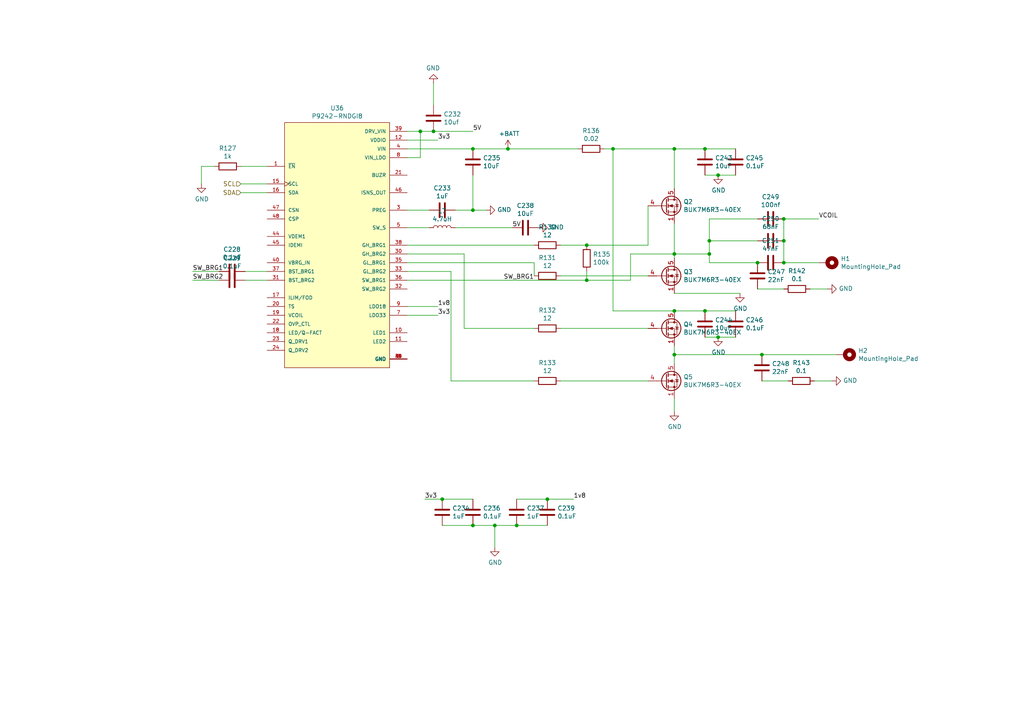
<source format=kicad_sch>
(kicad_sch (version 20211123) (generator eeschema)

  (uuid 3d1d3aee-f6e8-4efd-b25d-d794bb88489d)

  (paper "A4")

  (lib_symbols
    (symbol "Device:C" (pin_numbers hide) (pin_names (offset 0.254)) (in_bom yes) (on_board yes)
      (property "Reference" "C" (id 0) (at 0.635 2.54 0)
        (effects (font (size 1.27 1.27)) (justify left))
      )
      (property "Value" "C" (id 1) (at 0.635 -2.54 0)
        (effects (font (size 1.27 1.27)) (justify left))
      )
      (property "Footprint" "" (id 2) (at 0.9652 -3.81 0)
        (effects (font (size 1.27 1.27)) hide)
      )
      (property "Datasheet" "~" (id 3) (at 0 0 0)
        (effects (font (size 1.27 1.27)) hide)
      )
      (property "ki_keywords" "cap capacitor" (id 4) (at 0 0 0)
        (effects (font (size 1.27 1.27)) hide)
      )
      (property "ki_description" "Unpolarized capacitor" (id 5) (at 0 0 0)
        (effects (font (size 1.27 1.27)) hide)
      )
      (property "ki_fp_filters" "C_*" (id 6) (at 0 0 0)
        (effects (font (size 1.27 1.27)) hide)
      )
      (symbol "C_0_1"
        (polyline
          (pts
            (xy -2.032 -0.762)
            (xy 2.032 -0.762)
          )
          (stroke (width 0.508) (type default) (color 0 0 0 0))
          (fill (type none))
        )
        (polyline
          (pts
            (xy -2.032 0.762)
            (xy 2.032 0.762)
          )
          (stroke (width 0.508) (type default) (color 0 0 0 0))
          (fill (type none))
        )
      )
      (symbol "C_1_1"
        (pin passive line (at 0 3.81 270) (length 2.794)
          (name "~" (effects (font (size 1.27 1.27))))
          (number "1" (effects (font (size 1.27 1.27))))
        )
        (pin passive line (at 0 -3.81 90) (length 2.794)
          (name "~" (effects (font (size 1.27 1.27))))
          (number "2" (effects (font (size 1.27 1.27))))
        )
      )
    )
    (symbol "Device:L" (pin_numbers hide) (pin_names (offset 1.016) hide) (in_bom yes) (on_board yes)
      (property "Reference" "L" (id 0) (at -1.27 0 90)
        (effects (font (size 1.27 1.27)))
      )
      (property "Value" "L" (id 1) (at 1.905 0 90)
        (effects (font (size 1.27 1.27)))
      )
      (property "Footprint" "" (id 2) (at 0 0 0)
        (effects (font (size 1.27 1.27)) hide)
      )
      (property "Datasheet" "~" (id 3) (at 0 0 0)
        (effects (font (size 1.27 1.27)) hide)
      )
      (property "ki_keywords" "inductor choke coil reactor magnetic" (id 4) (at 0 0 0)
        (effects (font (size 1.27 1.27)) hide)
      )
      (property "ki_description" "Inductor" (id 5) (at 0 0 0)
        (effects (font (size 1.27 1.27)) hide)
      )
      (property "ki_fp_filters" "Choke_* *Coil* Inductor_* L_*" (id 6) (at 0 0 0)
        (effects (font (size 1.27 1.27)) hide)
      )
      (symbol "L_0_1"
        (arc (start 0 -2.54) (mid 0.635 -1.905) (end 0 -1.27)
          (stroke (width 0) (type default) (color 0 0 0 0))
          (fill (type none))
        )
        (arc (start 0 -1.27) (mid 0.635 -0.635) (end 0 0)
          (stroke (width 0) (type default) (color 0 0 0 0))
          (fill (type none))
        )
        (arc (start 0 0) (mid 0.635 0.635) (end 0 1.27)
          (stroke (width 0) (type default) (color 0 0 0 0))
          (fill (type none))
        )
        (arc (start 0 1.27) (mid 0.635 1.905) (end 0 2.54)
          (stroke (width 0) (type default) (color 0 0 0 0))
          (fill (type none))
        )
      )
      (symbol "L_1_1"
        (pin passive line (at 0 3.81 270) (length 1.27)
          (name "1" (effects (font (size 1.27 1.27))))
          (number "1" (effects (font (size 1.27 1.27))))
        )
        (pin passive line (at 0 -3.81 90) (length 1.27)
          (name "2" (effects (font (size 1.27 1.27))))
          (number "2" (effects (font (size 1.27 1.27))))
        )
      )
    )
    (symbol "Device:R" (pin_numbers hide) (pin_names (offset 0)) (in_bom yes) (on_board yes)
      (property "Reference" "R" (id 0) (at 2.032 0 90)
        (effects (font (size 1.27 1.27)))
      )
      (property "Value" "R" (id 1) (at 0 0 90)
        (effects (font (size 1.27 1.27)))
      )
      (property "Footprint" "" (id 2) (at -1.778 0 90)
        (effects (font (size 1.27 1.27)) hide)
      )
      (property "Datasheet" "~" (id 3) (at 0 0 0)
        (effects (font (size 1.27 1.27)) hide)
      )
      (property "ki_keywords" "R res resistor" (id 4) (at 0 0 0)
        (effects (font (size 1.27 1.27)) hide)
      )
      (property "ki_description" "Resistor" (id 5) (at 0 0 0)
        (effects (font (size 1.27 1.27)) hide)
      )
      (property "ki_fp_filters" "R_*" (id 6) (at 0 0 0)
        (effects (font (size 1.27 1.27)) hide)
      )
      (symbol "R_0_1"
        (rectangle (start -1.016 -2.54) (end 1.016 2.54)
          (stroke (width 0.254) (type default) (color 0 0 0 0))
          (fill (type none))
        )
      )
      (symbol "R_1_1"
        (pin passive line (at 0 3.81 270) (length 1.27)
          (name "~" (effects (font (size 1.27 1.27))))
          (number "1" (effects (font (size 1.27 1.27))))
        )
        (pin passive line (at 0 -3.81 90) (length 1.27)
          (name "~" (effects (font (size 1.27 1.27))))
          (number "2" (effects (font (size 1.27 1.27))))
        )
      )
    )
    (symbol "Mechanical:MountingHole_Pad" (pin_numbers hide) (pin_names (offset 1.016) hide) (in_bom yes) (on_board yes)
      (property "Reference" "H" (id 0) (at 0 6.35 0)
        (effects (font (size 1.27 1.27)))
      )
      (property "Value" "MountingHole_Pad" (id 1) (at 0 4.445 0)
        (effects (font (size 1.27 1.27)))
      )
      (property "Footprint" "" (id 2) (at 0 0 0)
        (effects (font (size 1.27 1.27)) hide)
      )
      (property "Datasheet" "~" (id 3) (at 0 0 0)
        (effects (font (size 1.27 1.27)) hide)
      )
      (property "ki_keywords" "mounting hole" (id 4) (at 0 0 0)
        (effects (font (size 1.27 1.27)) hide)
      )
      (property "ki_description" "Mounting Hole with connection" (id 5) (at 0 0 0)
        (effects (font (size 1.27 1.27)) hide)
      )
      (property "ki_fp_filters" "MountingHole*Pad*" (id 6) (at 0 0 0)
        (effects (font (size 1.27 1.27)) hide)
      )
      (symbol "MountingHole_Pad_0_1"
        (circle (center 0 1.27) (radius 1.27)
          (stroke (width 1.27) (type default) (color 0 0 0 0))
          (fill (type none))
        )
      )
      (symbol "MountingHole_Pad_1_1"
        (pin input line (at 0 -2.54 90) (length 2.54)
          (name "1" (effects (font (size 1.27 1.27))))
          (number "1" (effects (font (size 1.27 1.27))))
        )
      )
    )
    (symbol "PowerBankV0.2:P9242-RNDGI8" (pin_names (offset 1.016)) (in_bom yes) (on_board yes)
      (property "Reference" "U" (id 0) (at -15.24 39.0906 0)
        (effects (font (size 1.27 1.27)) (justify left bottom))
      )
      (property "Value" "P9242-RNDGI8" (id 1) (at -15.24 -37.0078 0)
        (effects (font (size 1.27 1.27)) (justify left bottom))
      )
      (property "Footprint" "QFN40P600X600X100-49N" (id 2) (at 0 0 0)
        (effects (font (size 1.27 1.27)) (justify left bottom) hide)
      )
      (property "Datasheet" "" (id 3) (at 0 0 0)
        (effects (font (size 1.27 1.27)) (justify left bottom) hide)
      )
      (property "MP" "P9242-RNDGI8" (id 4) (at 0 0 0)
        (effects (font (size 1.27 1.27)) (justify left bottom) hide)
      )
      (property "PACKAGE" "VFQFN-48 IDT, Integrated" (id 5) (at 0 0 0)
        (effects (font (size 1.27 1.27)) (justify left bottom) hide)
      )
      (property "PRICE" "None" (id 6) (at 0 0 0)
        (effects (font (size 1.27 1.27)) (justify left bottom) hide)
      )
      (property "DESCRIPTION" "WPC 1.2.2 Compliant, Wireless Charging Transmitter for 15W Applications" (id 7) (at 0 0 0)
        (effects (font (size 1.27 1.27)) (justify left bottom) hide)
      )
      (property "MF" "IDT, Integrated" (id 8) (at 0 0 0)
        (effects (font (size 1.27 1.27)) (justify left bottom) hide)
      )
      (property "PARTREV" "01/16/2018" (id 9) (at 0 0 0)
        (effects (font (size 1.27 1.27)) (justify left bottom) hide)
      )
      (property "AVAILABILITY" "Unavailable" (id 10) (at 0 0 0)
        (effects (font (size 1.27 1.27)) (justify left bottom) hide)
      )
      (property "ki_locked" "" (id 11) (at 0 0 0)
        (effects (font (size 1.27 1.27)))
      )
      (symbol "P9242-RNDGI8_0_0"
        (rectangle (start -15.24 -33.02) (end 15.24 38.1)
          (stroke (width 0.1524) (type default) (color 0 0 0 0))
          (fill (type background))
        )
        (pin input line (at -20.32 25.4 0) (length 5.08)
          (name "~{EN}" (effects (font (size 1.016 1.016))))
          (number "1" (effects (font (size 1.016 1.016))))
        )
        (pin output line (at 20.32 -22.86 180) (length 5.08)
          (name "LED1" (effects (font (size 1.016 1.016))))
          (number "10" (effects (font (size 1.016 1.016))))
        )
        (pin output line (at 20.32 -25.4 180) (length 5.08)
          (name "LED2" (effects (font (size 1.016 1.016))))
          (number "11" (effects (font (size 1.016 1.016))))
        )
        (pin power_in line (at 20.32 33.02 180) (length 5.08)
          (name "VDDIO" (effects (font (size 1.016 1.016))))
          (number "12" (effects (font (size 1.016 1.016))))
        )
        (pin input clock (at -20.32 20.32 0) (length 5.08)
          (name "SCL" (effects (font (size 1.016 1.016))))
          (number "15" (effects (font (size 1.016 1.016))))
        )
        (pin bidirectional line (at -20.32 17.78 0) (length 5.08)
          (name "SDA" (effects (font (size 1.016 1.016))))
          (number "16" (effects (font (size 1.016 1.016))))
        )
        (pin input line (at -20.32 -12.7 0) (length 5.08)
          (name "ILIM/FOD" (effects (font (size 1.016 1.016))))
          (number "17" (effects (font (size 1.016 1.016))))
        )
        (pin input line (at -20.32 -22.86 0) (length 5.08)
          (name "LED/Q-FACT" (effects (font (size 1.016 1.016))))
          (number "18" (effects (font (size 1.016 1.016))))
        )
        (pin input line (at -20.32 -17.78 0) (length 5.08)
          (name "VCOIL" (effects (font (size 1.016 1.016))))
          (number "19" (effects (font (size 1.016 1.016))))
        )
        (pin power_in line (at 20.32 -30.48 180) (length 5.08)
          (name "GND" (effects (font (size 1.016 1.016))))
          (number "2" (effects (font (size 1.016 1.016))))
        )
        (pin input line (at -20.32 -15.24 0) (length 5.08)
          (name "TS" (effects (font (size 1.016 1.016))))
          (number "20" (effects (font (size 1.016 1.016))))
        )
        (pin output line (at 20.32 22.86 180) (length 5.08)
          (name "BUZR" (effects (font (size 1.016 1.016))))
          (number "21" (effects (font (size 1.016 1.016))))
        )
        (pin bidirectional line (at -20.32 -20.32 0) (length 5.08)
          (name "OVP_CTL" (effects (font (size 1.016 1.016))))
          (number "22" (effects (font (size 1.016 1.016))))
        )
        (pin bidirectional line (at -20.32 -25.4 0) (length 5.08)
          (name "Q_DRV1" (effects (font (size 1.016 1.016))))
          (number "23" (effects (font (size 1.016 1.016))))
        )
        (pin bidirectional line (at -20.32 -27.94 0) (length 5.08)
          (name "Q_DRV2" (effects (font (size 1.016 1.016))))
          (number "24" (effects (font (size 1.016 1.016))))
        )
        (pin output line (at 20.32 12.7 180) (length 5.08)
          (name "PREG" (effects (font (size 1.016 1.016))))
          (number "3" (effects (font (size 1.016 1.016))))
        )
        (pin output line (at 20.32 0 180) (length 5.08)
          (name "GH_BRG2" (effects (font (size 1.016 1.016))))
          (number "30" (effects (font (size 1.016 1.016))))
        )
        (pin input line (at -20.32 -7.62 0) (length 5.08)
          (name "BST_BRG2" (effects (font (size 1.016 1.016))))
          (number "31" (effects (font (size 1.016 1.016))))
        )
        (pin output line (at 20.32 -10.16 180) (length 5.08)
          (name "SW_BRG2" (effects (font (size 1.016 1.016))))
          (number "32" (effects (font (size 1.016 1.016))))
        )
        (pin output line (at 20.32 -5.08 180) (length 5.08)
          (name "GL_BRG2" (effects (font (size 1.016 1.016))))
          (number "33" (effects (font (size 1.016 1.016))))
        )
        (pin power_in line (at 20.32 -30.48 180) (length 5.08)
          (name "GND" (effects (font (size 1.016 1.016))))
          (number "34" (effects (font (size 1.016 1.016))))
        )
        (pin output line (at 20.32 -2.54 180) (length 5.08)
          (name "GL_BRG1" (effects (font (size 1.016 1.016))))
          (number "35" (effects (font (size 1.016 1.016))))
        )
        (pin output line (at 20.32 -7.62 180) (length 5.08)
          (name "SW_BRG1" (effects (font (size 1.016 1.016))))
          (number "36" (effects (font (size 1.016 1.016))))
        )
        (pin input line (at -20.32 -5.08 0) (length 5.08)
          (name "BST_BRG1" (effects (font (size 1.016 1.016))))
          (number "37" (effects (font (size 1.016 1.016))))
        )
        (pin output line (at 20.32 2.54 180) (length 5.08)
          (name "GH_BRG1" (effects (font (size 1.016 1.016))))
          (number "38" (effects (font (size 1.016 1.016))))
        )
        (pin power_in line (at 20.32 35.56 180) (length 5.08)
          (name "DRV_VIN" (effects (font (size 1.016 1.016))))
          (number "39" (effects (font (size 1.016 1.016))))
        )
        (pin power_in line (at 20.32 30.48 180) (length 5.08)
          (name "VIN" (effects (font (size 1.016 1.016))))
          (number "4" (effects (font (size 1.016 1.016))))
        )
        (pin input line (at -20.32 -2.54 0) (length 5.08)
          (name "VBRG_IN" (effects (font (size 1.016 1.016))))
          (number "40" (effects (font (size 1.016 1.016))))
        )
        (pin power_in line (at 20.32 -30.48 180) (length 5.08)
          (name "GND" (effects (font (size 1.016 1.016))))
          (number "41" (effects (font (size 1.016 1.016))))
        )
        (pin input line (at -20.32 5.08 0) (length 5.08)
          (name "VDEM1" (effects (font (size 1.016 1.016))))
          (number "44" (effects (font (size 1.016 1.016))))
        )
        (pin input line (at -20.32 2.54 0) (length 5.08)
          (name "IDEMI" (effects (font (size 1.016 1.016))))
          (number "45" (effects (font (size 1.016 1.016))))
        )
        (pin output line (at 20.32 17.78 180) (length 5.08)
          (name "ISNS_OUT" (effects (font (size 1.016 1.016))))
          (number "46" (effects (font (size 1.016 1.016))))
        )
        (pin input line (at -20.32 12.7 0) (length 5.08)
          (name "CSN" (effects (font (size 1.016 1.016))))
          (number "47" (effects (font (size 1.016 1.016))))
        )
        (pin input line (at -20.32 10.16 0) (length 5.08)
          (name "CSP" (effects (font (size 1.016 1.016))))
          (number "48" (effects (font (size 1.016 1.016))))
        )
        (pin power_in line (at 20.32 -30.48 180) (length 5.08)
          (name "GND" (effects (font (size 1.016 1.016))))
          (number "49" (effects (font (size 1.016 1.016))))
        )
        (pin output line (at 20.32 7.62 180) (length 5.08)
          (name "SW_S" (effects (font (size 1.016 1.016))))
          (number "5" (effects (font (size 1.016 1.016))))
        )
        (pin power_in line (at 20.32 -30.48 180) (length 5.08)
          (name "GND" (effects (font (size 1.016 1.016))))
          (number "6" (effects (font (size 1.016 1.016))))
        )
        (pin output line (at 20.32 -17.78 180) (length 5.08)
          (name "LDO33" (effects (font (size 1.016 1.016))))
          (number "7" (effects (font (size 1.016 1.016))))
        )
        (pin power_in line (at 20.32 27.94 180) (length 5.08)
          (name "VIN_LDO" (effects (font (size 1.016 1.016))))
          (number "8" (effects (font (size 1.016 1.016))))
        )
        (pin output line (at 20.32 -15.24 180) (length 5.08)
          (name "LDO18" (effects (font (size 1.016 1.016))))
          (number "9" (effects (font (size 1.016 1.016))))
        )
      )
    )
    (symbol "Transistor_FET:BUK7M6R3-40EX" (pin_names hide) (in_bom yes) (on_board yes)
      (property "Reference" "Q" (id 0) (at 5.08 1.905 0)
        (effects (font (size 1.27 1.27)) (justify left))
      )
      (property "Value" "BUK7M6R3-40EX" (id 1) (at 5.08 0 0)
        (effects (font (size 1.27 1.27)) (justify left))
      )
      (property "Footprint" "Package_TO_SOT_SMD:LFPAK33" (id 2) (at 5.08 -1.905 0)
        (effects (font (size 1.27 1.27) italic) (justify left) hide)
      )
      (property "Datasheet" "https://assets.nexperia.com/documents/data-sheet/BUK7M6R3-40E.pdf" (id 3) (at 0 0 90)
        (effects (font (size 1.27 1.27)) (justify left) hide)
      )
      (property "ki_keywords" "Power MOSFET N-MOS" (id 4) (at 0 0 0)
        (effects (font (size 1.27 1.27)) hide)
      )
      (property "ki_description" "70A Id, 40V Vds, N-Channel TrenchMOS MOSFET, 6.3mOhm Ron, 28.1nC Qqd, -55 to 175 °C, LFPAK33" (id 5) (at 0 0 0)
        (effects (font (size 1.27 1.27)) hide)
      )
      (property "ki_fp_filters" "LFPAK33*" (id 6) (at 0 0 0)
        (effects (font (size 1.27 1.27)) hide)
      )
      (symbol "BUK7M6R3-40EX_0_1"
        (polyline
          (pts
            (xy 0.254 0)
            (xy -2.54 0)
          )
          (stroke (width 0) (type default) (color 0 0 0 0))
          (fill (type none))
        )
        (polyline
          (pts
            (xy 0.254 1.905)
            (xy 0.254 -1.905)
          )
          (stroke (width 0.254) (type default) (color 0 0 0 0))
          (fill (type none))
        )
        (polyline
          (pts
            (xy 0.762 -1.27)
            (xy 0.762 -2.286)
          )
          (stroke (width 0.254) (type default) (color 0 0 0 0))
          (fill (type none))
        )
        (polyline
          (pts
            (xy 0.762 0.508)
            (xy 0.762 -0.508)
          )
          (stroke (width 0.254) (type default) (color 0 0 0 0))
          (fill (type none))
        )
        (polyline
          (pts
            (xy 0.762 2.286)
            (xy 0.762 1.27)
          )
          (stroke (width 0.254) (type default) (color 0 0 0 0))
          (fill (type none))
        )
        (polyline
          (pts
            (xy 2.54 2.54)
            (xy 2.54 1.778)
          )
          (stroke (width 0) (type default) (color 0 0 0 0))
          (fill (type none))
        )
        (polyline
          (pts
            (xy 2.54 -2.54)
            (xy 2.54 0)
            (xy 0.762 0)
          )
          (stroke (width 0) (type default) (color 0 0 0 0))
          (fill (type none))
        )
        (polyline
          (pts
            (xy 0.762 -1.778)
            (xy 3.302 -1.778)
            (xy 3.302 1.778)
            (xy 0.762 1.778)
          )
          (stroke (width 0) (type default) (color 0 0 0 0))
          (fill (type none))
        )
        (polyline
          (pts
            (xy 1.016 0)
            (xy 2.032 0.381)
            (xy 2.032 -0.381)
            (xy 1.016 0)
          )
          (stroke (width 0) (type default) (color 0 0 0 0))
          (fill (type outline))
        )
        (polyline
          (pts
            (xy 2.794 0.508)
            (xy 2.921 0.381)
            (xy 3.683 0.381)
            (xy 3.81 0.254)
          )
          (stroke (width 0) (type default) (color 0 0 0 0))
          (fill (type none))
        )
        (polyline
          (pts
            (xy 3.302 0.381)
            (xy 2.921 -0.254)
            (xy 3.683 -0.254)
            (xy 3.302 0.381)
          )
          (stroke (width 0) (type default) (color 0 0 0 0))
          (fill (type none))
        )
        (circle (center 1.651 0) (radius 2.794)
          (stroke (width 0.254) (type default) (color 0 0 0 0))
          (fill (type none))
        )
        (circle (center 2.54 -1.778) (radius 0.254)
          (stroke (width 0) (type default) (color 0 0 0 0))
          (fill (type outline))
        )
        (circle (center 2.54 1.778) (radius 0.254)
          (stroke (width 0) (type default) (color 0 0 0 0))
          (fill (type outline))
        )
      )
      (symbol "BUK7M6R3-40EX_1_1"
        (pin passive line (at 2.54 -5.08 90) (length 2.54)
          (name "S" (effects (font (size 1.27 1.27))))
          (number "1" (effects (font (size 1.27 1.27))))
        )
        (pin passive line (at 2.54 -5.08 90) (length 2.54) hide
          (name "S" (effects (font (size 1.27 1.27))))
          (number "2" (effects (font (size 1.27 1.27))))
        )
        (pin passive line (at 2.54 -5.08 90) (length 2.54) hide
          (name "S" (effects (font (size 1.27 1.27))))
          (number "3" (effects (font (size 1.27 1.27))))
        )
        (pin passive line (at -5.08 0 0) (length 2.54)
          (name "G" (effects (font (size 1.27 1.27))))
          (number "4" (effects (font (size 1.27 1.27))))
        )
        (pin passive line (at 2.54 5.08 270) (length 2.54)
          (name "D" (effects (font (size 1.27 1.27))))
          (number "5" (effects (font (size 1.27 1.27))))
        )
      )
    )
    (symbol "power:+BATT" (power) (pin_names (offset 0)) (in_bom yes) (on_board yes)
      (property "Reference" "#PWR" (id 0) (at 0 -3.81 0)
        (effects (font (size 1.27 1.27)) hide)
      )
      (property "Value" "+BATT" (id 1) (at 0 3.556 0)
        (effects (font (size 1.27 1.27)))
      )
      (property "Footprint" "" (id 2) (at 0 0 0)
        (effects (font (size 1.27 1.27)) hide)
      )
      (property "Datasheet" "" (id 3) (at 0 0 0)
        (effects (font (size 1.27 1.27)) hide)
      )
      (property "ki_keywords" "power-flag battery" (id 4) (at 0 0 0)
        (effects (font (size 1.27 1.27)) hide)
      )
      (property "ki_description" "Power symbol creates a global label with name \"+BATT\"" (id 5) (at 0 0 0)
        (effects (font (size 1.27 1.27)) hide)
      )
      (symbol "+BATT_0_1"
        (polyline
          (pts
            (xy -0.762 1.27)
            (xy 0 2.54)
          )
          (stroke (width 0) (type default) (color 0 0 0 0))
          (fill (type none))
        )
        (polyline
          (pts
            (xy 0 0)
            (xy 0 2.54)
          )
          (stroke (width 0) (type default) (color 0 0 0 0))
          (fill (type none))
        )
        (polyline
          (pts
            (xy 0 2.54)
            (xy 0.762 1.27)
          )
          (stroke (width 0) (type default) (color 0 0 0 0))
          (fill (type none))
        )
      )
      (symbol "+BATT_1_1"
        (pin power_in line (at 0 0 90) (length 0) hide
          (name "+BATT" (effects (font (size 1.27 1.27))))
          (number "1" (effects (font (size 1.27 1.27))))
        )
      )
    )
    (symbol "power:GND" (power) (pin_names (offset 0)) (in_bom yes) (on_board yes)
      (property "Reference" "#PWR" (id 0) (at 0 -6.35 0)
        (effects (font (size 1.27 1.27)) hide)
      )
      (property "Value" "GND" (id 1) (at 0 -3.81 0)
        (effects (font (size 1.27 1.27)))
      )
      (property "Footprint" "" (id 2) (at 0 0 0)
        (effects (font (size 1.27 1.27)) hide)
      )
      (property "Datasheet" "" (id 3) (at 0 0 0)
        (effects (font (size 1.27 1.27)) hide)
      )
      (property "ki_keywords" "power-flag" (id 4) (at 0 0 0)
        (effects (font (size 1.27 1.27)) hide)
      )
      (property "ki_description" "Power symbol creates a global label with name \"GND\" , ground" (id 5) (at 0 0 0)
        (effects (font (size 1.27 1.27)) hide)
      )
      (symbol "GND_0_1"
        (polyline
          (pts
            (xy 0 0)
            (xy 0 -1.27)
            (xy 1.27 -1.27)
            (xy 0 -2.54)
            (xy -1.27 -1.27)
            (xy 0 -1.27)
          )
          (stroke (width 0) (type default) (color 0 0 0 0))
          (fill (type none))
        )
      )
      (symbol "GND_1_1"
        (pin power_in line (at 0 0 270) (length 0) hide
          (name "GND" (effects (font (size 1.27 1.27))))
          (number "1" (effects (font (size 1.27 1.27))))
        )
      )
    )
  )

  (junction (at 208.28 50.8) (diameter 0) (color 0 0 0 0)
    (uuid 04c16666-d853-42fa-87c5-86a20a4ab30c)
  )
  (junction (at 128.27 144.78) (diameter 0) (color 0 0 0 0)
    (uuid 2059dc82-565a-435e-a603-ccfca32ab948)
  )
  (junction (at 170.18 71.12) (diameter 0) (color 0 0 0 0)
    (uuid 29b733d8-bc36-4ed6-95d0-f7521978d51f)
  )
  (junction (at 121.92 38.1) (diameter 0) (color 0 0 0 0)
    (uuid 340bad4d-ae6f-4145-98a1-65846605cc91)
  )
  (junction (at 137.16 152.4) (diameter 0) (color 0 0 0 0)
    (uuid 44211506-2cc4-4311-8c20-7484ee82e3d6)
  )
  (junction (at 205.74 73.66) (diameter 0) (color 0 0 0 0)
    (uuid 44deb1d5-6212-46dc-a032-6679f3b92124)
  )
  (junction (at 220.98 102.87) (diameter 0) (color 0 0 0 0)
    (uuid 4c13844f-988a-4b48-8db0-d384bde000e8)
  )
  (junction (at 195.58 73.66) (diameter 0) (color 0 0 0 0)
    (uuid 500e777f-16ac-4308-a815-5da3f87acbbd)
  )
  (junction (at 227.33 63.5) (diameter 0) (color 0 0 0 0)
    (uuid 579244fc-2167-45f7-8d1d-d08670b41e52)
  )
  (junction (at 195.58 43.18) (diameter 0) (color 0 0 0 0)
    (uuid 6059a458-e03c-4e76-8f19-ac717dd20ad7)
  )
  (junction (at 137.16 43.18) (diameter 0) (color 0 0 0 0)
    (uuid 7768519e-660a-4122-8f04-3dd7bf05739d)
  )
  (junction (at 204.47 90.17) (diameter 0) (color 0 0 0 0)
    (uuid 83636b8c-7dfb-48ba-a274-dbd84d241e98)
  )
  (junction (at 195.58 90.17) (diameter 0) (color 0 0 0 0)
    (uuid 89a09658-44bd-48e3-96ee-a0864f92499b)
  )
  (junction (at 195.58 102.87) (diameter 0) (color 0 0 0 0)
    (uuid 8a843573-0269-47a8-bf80-65f2b3654442)
  )
  (junction (at 205.74 69.85) (diameter 0) (color 0 0 0 0)
    (uuid 91298c78-b89d-4816-8ea2-3a4f5a71f4b6)
  )
  (junction (at 137.16 60.96) (diameter 0) (color 0 0 0 0)
    (uuid 9b8837e5-da2a-44c2-90f3-647cbc255d20)
  )
  (junction (at 149.86 152.4) (diameter 0) (color 0 0 0 0)
    (uuid 9cea3b29-7dc5-4187-9804-82c7925ad5a3)
  )
  (junction (at 177.8 43.18) (diameter 0) (color 0 0 0 0)
    (uuid a0242957-179b-41bf-b6b4-4739126ccff1)
  )
  (junction (at 227.33 69.85) (diameter 0) (color 0 0 0 0)
    (uuid a5298851-5773-44c7-a6f5-2e436df57a69)
  )
  (junction (at 227.33 76.2) (diameter 0) (color 0 0 0 0)
    (uuid a7145b52-0a45-4faf-8325-4d79eeded857)
  )
  (junction (at 219.71 76.2) (diameter 0) (color 0 0 0 0)
    (uuid ac1ac300-89a8-4eab-9d79-d203b11e117b)
  )
  (junction (at 204.47 43.18) (diameter 0) (color 0 0 0 0)
    (uuid b25d38c9-ab9c-4db2-8365-d1aef4554da6)
  )
  (junction (at 170.18 81.28) (diameter 0) (color 0 0 0 0)
    (uuid bb644922-89c8-4387-8809-f4e60ee096c4)
  )
  (junction (at 208.28 97.79) (diameter 0) (color 0 0 0 0)
    (uuid ccd0b2c7-8a07-47e9-a65a-d2bf4f4d09df)
  )
  (junction (at 147.32 43.18) (diameter 0) (color 0 0 0 0)
    (uuid df66cf43-1b1d-4cfb-9764-b12b00027741)
  )
  (junction (at 125.73 38.1) (diameter 0) (color 0 0 0 0)
    (uuid dfc5ed84-b86f-4480-b85f-732b9c694382)
  )
  (junction (at 158.75 144.78) (diameter 0) (color 0 0 0 0)
    (uuid f8a557ee-8756-429b-9496-3af3348a67df)
  )
  (junction (at 143.51 152.4) (diameter 0) (color 0 0 0 0)
    (uuid fdf27b47-6f78-4f18-bc7a-86c33bb07130)
  )

  (wire (pts (xy 118.11 43.18) (xy 137.16 43.18))
    (stroke (width 0) (type default) (color 0 0 0 0))
    (uuid 03f026b9-4cb4-461a-ac99-642071bbd6ca)
  )
  (wire (pts (xy 195.58 43.18) (xy 195.58 54.61))
    (stroke (width 0) (type default) (color 0 0 0 0))
    (uuid 044ee5d3-3b4a-45e3-a576-14d4634c36f1)
  )
  (wire (pts (xy 227.33 63.5) (xy 237.49 63.5))
    (stroke (width 0) (type default) (color 0 0 0 0))
    (uuid 0510156f-fa68-47e5-8ea3-1c386a21623a)
  )
  (wire (pts (xy 195.58 73.66) (xy 205.74 73.66))
    (stroke (width 0) (type default) (color 0 0 0 0))
    (uuid 075ec308-751f-4066-8ee9-091612833767)
  )
  (wire (pts (xy 77.47 78.74) (xy 71.12 78.74))
    (stroke (width 0) (type default) (color 0 0 0 0))
    (uuid 0761d51f-f3ba-4c09-9b56-134743b1053c)
  )
  (wire (pts (xy 182.88 73.66) (xy 195.58 73.66))
    (stroke (width 0) (type default) (color 0 0 0 0))
    (uuid 0781df27-76d7-4dfe-859e-ecca58c2015c)
  )
  (wire (pts (xy 241.3 110.49) (xy 236.22 110.49))
    (stroke (width 0) (type default) (color 0 0 0 0))
    (uuid 089aea99-f623-4104-bbd1-dadac444fc23)
  )
  (wire (pts (xy 205.74 69.85) (xy 205.74 63.5))
    (stroke (width 0) (type default) (color 0 0 0 0))
    (uuid 0a0df6dc-e800-4cf3-bbb0-6b770ef9f954)
  )
  (wire (pts (xy 130.81 110.49) (xy 130.81 78.74))
    (stroke (width 0) (type default) (color 0 0 0 0))
    (uuid 0cce9546-9edc-45e2-8f41-b6ce07e28dcc)
  )
  (wire (pts (xy 240.03 83.82) (xy 234.95 83.82))
    (stroke (width 0) (type default) (color 0 0 0 0))
    (uuid 0d4dfa80-106f-4c44-9093-aaa8cca42930)
  )
  (wire (pts (xy 195.58 90.17) (xy 177.8 90.17))
    (stroke (width 0) (type default) (color 0 0 0 0))
    (uuid 0f8ed1e4-ef1a-4b7c-a31b-676275f35e0d)
  )
  (wire (pts (xy 227.33 76.2) (xy 227.33 69.85))
    (stroke (width 0) (type default) (color 0 0 0 0))
    (uuid 0fa03dae-f062-4812-b960-2a3e09f42a6c)
  )
  (wire (pts (xy 219.71 69.85) (xy 205.74 69.85))
    (stroke (width 0) (type default) (color 0 0 0 0))
    (uuid 155c34e3-5bc3-4d51-a130-c497bb208f67)
  )
  (wire (pts (xy 118.11 45.72) (xy 121.92 45.72))
    (stroke (width 0) (type default) (color 0 0 0 0))
    (uuid 18412b71-5a3a-407d-a098-f47a8285c2b4)
  )
  (wire (pts (xy 154.94 110.49) (xy 130.81 110.49))
    (stroke (width 0) (type default) (color 0 0 0 0))
    (uuid 19e19117-a741-4815-8fc1-df9514772cfd)
  )
  (wire (pts (xy 195.58 105.41) (xy 195.58 102.87))
    (stroke (width 0) (type default) (color 0 0 0 0))
    (uuid 19fc2f92-eef8-4c20-94f1-673531236c62)
  )
  (wire (pts (xy 227.33 69.85) (xy 227.33 63.5))
    (stroke (width 0) (type default) (color 0 0 0 0))
    (uuid 1afe747d-b5bc-45a7-9f83-f51097d5e604)
  )
  (wire (pts (xy 58.42 48.26) (xy 62.23 48.26))
    (stroke (width 0) (type default) (color 0 0 0 0))
    (uuid 1e2d1adf-a151-42e1-8c1c-b12ad0ed3ce9)
  )
  (wire (pts (xy 177.8 90.17) (xy 177.8 43.18))
    (stroke (width 0) (type default) (color 0 0 0 0))
    (uuid 1e4845fa-585a-49d3-b637-5347bce82382)
  )
  (wire (pts (xy 125.73 38.1) (xy 137.16 38.1))
    (stroke (width 0) (type default) (color 0 0 0 0))
    (uuid 224b81ea-7abd-4415-8469-b53c0555e5c8)
  )
  (wire (pts (xy 195.58 115.57) (xy 195.58 119.38))
    (stroke (width 0) (type default) (color 0 0 0 0))
    (uuid 2a05795a-a3d1-4786-b536-9941245207df)
  )
  (wire (pts (xy 143.51 158.75) (xy 143.51 152.4))
    (stroke (width 0) (type default) (color 0 0 0 0))
    (uuid 2a80affc-e1b6-4349-ad82-fb88142398d9)
  )
  (wire (pts (xy 208.28 97.79) (xy 213.36 97.79))
    (stroke (width 0) (type default) (color 0 0 0 0))
    (uuid 327a60a7-bc91-49cd-abd5-12597e294bed)
  )
  (wire (pts (xy 77.47 53.34) (xy 69.85 53.34))
    (stroke (width 0) (type default) (color 0 0 0 0))
    (uuid 334ca78f-011d-40da-b6b9-32b528b7279d)
  )
  (wire (pts (xy 134.62 95.25) (xy 134.62 73.66))
    (stroke (width 0) (type default) (color 0 0 0 0))
    (uuid 3497b7ee-28e5-4821-9ee8-06c462637797)
  )
  (wire (pts (xy 143.51 152.4) (xy 149.86 152.4))
    (stroke (width 0) (type default) (color 0 0 0 0))
    (uuid 383177f8-2fed-4f83-9c62-464027253f91)
  )
  (wire (pts (xy 118.11 40.64) (xy 127 40.64))
    (stroke (width 0) (type default) (color 0 0 0 0))
    (uuid 41018d3e-230d-4bc7-abfe-30faa8f261c1)
  )
  (wire (pts (xy 227.33 83.82) (xy 219.71 83.82))
    (stroke (width 0) (type default) (color 0 0 0 0))
    (uuid 44b90def-83bd-432e-96ba-91b2800ca26c)
  )
  (wire (pts (xy 227.33 76.2) (xy 237.49 76.2))
    (stroke (width 0) (type default) (color 0 0 0 0))
    (uuid 482e7c7f-e6af-4534-b1c4-e8d239ecbbca)
  )
  (wire (pts (xy 204.47 97.79) (xy 208.28 97.79))
    (stroke (width 0) (type default) (color 0 0 0 0))
    (uuid 48ff9134-cd54-491b-815f-858df7045f47)
  )
  (wire (pts (xy 118.11 76.2) (xy 154.94 76.2))
    (stroke (width 0) (type default) (color 0 0 0 0))
    (uuid 4d1070af-09b2-4d8b-8bc4-0a2f3d00efc6)
  )
  (wire (pts (xy 132.08 66.04) (xy 148.59 66.04))
    (stroke (width 0) (type default) (color 0 0 0 0))
    (uuid 4de41727-71ae-4a9d-a7c4-5e4c9a8643ee)
  )
  (wire (pts (xy 128.27 144.78) (xy 137.16 144.78))
    (stroke (width 0) (type default) (color 0 0 0 0))
    (uuid 5238c20d-de4d-42a4-b9a0-0e2339fe0ff8)
  )
  (wire (pts (xy 118.11 81.28) (xy 170.18 81.28))
    (stroke (width 0) (type default) (color 0 0 0 0))
    (uuid 5a661726-0d13-496b-ac99-195967eb8550)
  )
  (wire (pts (xy 149.86 144.78) (xy 158.75 144.78))
    (stroke (width 0) (type default) (color 0 0 0 0))
    (uuid 5d036168-bd94-41ee-9f03-3bb3c6d2fef0)
  )
  (wire (pts (xy 204.47 43.18) (xy 213.36 43.18))
    (stroke (width 0) (type default) (color 0 0 0 0))
    (uuid 63acd559-9f5f-41e6-b00a-cc728a20bf72)
  )
  (wire (pts (xy 118.11 88.9) (xy 127 88.9))
    (stroke (width 0) (type default) (color 0 0 0 0))
    (uuid 64f9ed46-98ee-4657-bcd2-f3fe97bf1cc5)
  )
  (wire (pts (xy 195.58 43.18) (xy 204.47 43.18))
    (stroke (width 0) (type default) (color 0 0 0 0))
    (uuid 657ca2e4-d287-4a53-a5ad-554a8e1ced4f)
  )
  (wire (pts (xy 170.18 81.28) (xy 182.88 81.28))
    (stroke (width 0) (type default) (color 0 0 0 0))
    (uuid 675144e1-07b7-4273-8d56-a8ccdc147ddc)
  )
  (wire (pts (xy 182.88 81.28) (xy 182.88 73.66))
    (stroke (width 0) (type default) (color 0 0 0 0))
    (uuid 69d10470-5123-448b-8c90-82efe447f516)
  )
  (wire (pts (xy 219.71 63.5) (xy 205.74 63.5))
    (stroke (width 0) (type default) (color 0 0 0 0))
    (uuid 6a753a80-b19f-441c-877d-da135c4dc438)
  )
  (wire (pts (xy 204.47 50.8) (xy 208.28 50.8))
    (stroke (width 0) (type default) (color 0 0 0 0))
    (uuid 6e872cc3-7692-4c26-a947-33c41a84c4f4)
  )
  (wire (pts (xy 208.28 50.8) (xy 213.36 50.8))
    (stroke (width 0) (type default) (color 0 0 0 0))
    (uuid 71f293c8-54ae-4713-baea-292b244adbee)
  )
  (wire (pts (xy 137.16 60.96) (xy 132.08 60.96))
    (stroke (width 0) (type default) (color 0 0 0 0))
    (uuid 74b7e401-5812-4365-8ad9-0c494fcf2678)
  )
  (wire (pts (xy 125.73 30.48) (xy 125.73 24.13))
    (stroke (width 0) (type default) (color 0 0 0 0))
    (uuid 74fdc387-1dfe-4ec8-a98e-fdc1a03e7ef6)
  )
  (wire (pts (xy 63.5 81.28) (xy 55.88 81.28))
    (stroke (width 0) (type default) (color 0 0 0 0))
    (uuid 786ee0ca-2c8c-47e5-8c51-1588b4aabf54)
  )
  (wire (pts (xy 77.47 81.28) (xy 71.12 81.28))
    (stroke (width 0) (type default) (color 0 0 0 0))
    (uuid 7d744c76-db43-414b-879d-ee6dce106422)
  )
  (wire (pts (xy 118.11 66.04) (xy 124.46 66.04))
    (stroke (width 0) (type default) (color 0 0 0 0))
    (uuid 7e06d456-ec9d-4bf4-8795-9edf1031d8de)
  )
  (wire (pts (xy 195.58 102.87) (xy 195.58 100.33))
    (stroke (width 0) (type default) (color 0 0 0 0))
    (uuid 7e2cdb77-8d1a-49d1-88c2-d159d075a252)
  )
  (wire (pts (xy 121.92 45.72) (xy 121.92 38.1))
    (stroke (width 0) (type default) (color 0 0 0 0))
    (uuid 82bbe431-ebff-4b88-af80-9fab46183c58)
  )
  (wire (pts (xy 220.98 102.87) (xy 242.57 102.87))
    (stroke (width 0) (type default) (color 0 0 0 0))
    (uuid 851d9231-a5f2-43eb-8aac-bf7931507060)
  )
  (wire (pts (xy 195.58 85.09) (xy 214.63 85.09))
    (stroke (width 0) (type default) (color 0 0 0 0))
    (uuid 865a5f52-ed27-4865-afc2-9055d3b7ce9b)
  )
  (wire (pts (xy 154.94 95.25) (xy 134.62 95.25))
    (stroke (width 0) (type default) (color 0 0 0 0))
    (uuid 8edd3a38-1512-4c8c-8779-ee8b5f16b374)
  )
  (wire (pts (xy 195.58 74.93) (xy 195.58 73.66))
    (stroke (width 0) (type default) (color 0 0 0 0))
    (uuid 903eee22-b7de-40a2-8a17-a1975c857135)
  )
  (wire (pts (xy 118.11 71.12) (xy 154.94 71.12))
    (stroke (width 0) (type default) (color 0 0 0 0))
    (uuid 9b0f2fe9-585e-457a-9430-0b01b00ed005)
  )
  (wire (pts (xy 77.47 48.26) (xy 69.85 48.26))
    (stroke (width 0) (type default) (color 0 0 0 0))
    (uuid 9c7c5692-82f2-48dc-bdd1-9dc4b5d56915)
  )
  (wire (pts (xy 219.71 76.2) (xy 205.74 76.2))
    (stroke (width 0) (type default) (color 0 0 0 0))
    (uuid 9ddf1aa0-bd44-49e0-ac16-890c4d3f32a6)
  )
  (wire (pts (xy 195.58 90.17) (xy 204.47 90.17))
    (stroke (width 0) (type default) (color 0 0 0 0))
    (uuid 9e4341b5-983a-4a0e-b80d-e71fdfd2f032)
  )
  (wire (pts (xy 187.96 71.12) (xy 187.96 59.69))
    (stroke (width 0) (type default) (color 0 0 0 0))
    (uuid a041f714-403e-4db1-ba23-2a22876c7cd6)
  )
  (wire (pts (xy 121.92 38.1) (xy 125.73 38.1))
    (stroke (width 0) (type default) (color 0 0 0 0))
    (uuid a8968a65-3576-49f7-aa1e-2a205c9e5350)
  )
  (wire (pts (xy 204.47 90.17) (xy 213.36 90.17))
    (stroke (width 0) (type default) (color 0 0 0 0))
    (uuid aeca77e7-8e3b-4efb-9728-8a8c59d2f6cb)
  )
  (wire (pts (xy 205.74 76.2) (xy 205.74 73.66))
    (stroke (width 0) (type default) (color 0 0 0 0))
    (uuid b1e3dcf8-8227-4b94-9f08-8c59378ce9de)
  )
  (wire (pts (xy 187.96 95.25) (xy 162.56 95.25))
    (stroke (width 0) (type default) (color 0 0 0 0))
    (uuid b333e755-ed10-4b0b-a5cb-27639ef366c2)
  )
  (wire (pts (xy 137.16 43.18) (xy 147.32 43.18))
    (stroke (width 0) (type default) (color 0 0 0 0))
    (uuid b73ae232-024f-4f2a-a303-ec08fde421a5)
  )
  (wire (pts (xy 158.75 144.78) (xy 166.37 144.78))
    (stroke (width 0) (type default) (color 0 0 0 0))
    (uuid bb969bbd-8c41-4799-be95-d46cce4277c9)
  )
  (wire (pts (xy 118.11 38.1) (xy 121.92 38.1))
    (stroke (width 0) (type default) (color 0 0 0 0))
    (uuid bc70f68c-1b13-4519-b1ff-69174a652c6a)
  )
  (wire (pts (xy 118.11 91.44) (xy 127 91.44))
    (stroke (width 0) (type default) (color 0 0 0 0))
    (uuid c06bc271-2846-417d-bb96-b20d07d2632e)
  )
  (wire (pts (xy 228.6 110.49) (xy 220.98 110.49))
    (stroke (width 0) (type default) (color 0 0 0 0))
    (uuid c7a1ee39-9988-4780-ba1d-a36452cd0837)
  )
  (wire (pts (xy 187.96 80.01) (xy 162.56 80.01))
    (stroke (width 0) (type default) (color 0 0 0 0))
    (uuid c9b9dd4f-8c83-4ab3-8f03-8ad4cda3d708)
  )
  (wire (pts (xy 205.74 73.66) (xy 205.74 69.85))
    (stroke (width 0) (type default) (color 0 0 0 0))
    (uuid cbc49fb5-4e44-422e-b9b1-b03b7ccabf6f)
  )
  (wire (pts (xy 128.27 152.4) (xy 137.16 152.4))
    (stroke (width 0) (type default) (color 0 0 0 0))
    (uuid cd0b01d5-3928-46d5-b0c3-e8a138a280ec)
  )
  (wire (pts (xy 124.46 60.96) (xy 118.11 60.96))
    (stroke (width 0) (type default) (color 0 0 0 0))
    (uuid cf1f1398-3828-4eea-9fa8-f04581cdf102)
  )
  (wire (pts (xy 195.58 102.87) (xy 220.98 102.87))
    (stroke (width 0) (type default) (color 0 0 0 0))
    (uuid d03b486e-6f27-4713-9f2e-cff7c2d2d9ba)
  )
  (wire (pts (xy 130.81 78.74) (xy 118.11 78.74))
    (stroke (width 0) (type default) (color 0 0 0 0))
    (uuid db087787-b4e6-4ec0-9a44-7ce7964dbd31)
  )
  (wire (pts (xy 147.32 43.18) (xy 167.64 43.18))
    (stroke (width 0) (type default) (color 0 0 0 0))
    (uuid db3b6efa-1b8b-4346-a1c8-f1137dfc5188)
  )
  (wire (pts (xy 158.75 152.4) (xy 149.86 152.4))
    (stroke (width 0) (type default) (color 0 0 0 0))
    (uuid db9953ab-eecf-4cf4-887b-6b8b8343b8b8)
  )
  (wire (pts (xy 177.8 43.18) (xy 195.58 43.18))
    (stroke (width 0) (type default) (color 0 0 0 0))
    (uuid ded8c57d-26c1-41af-875f-122d704209a4)
  )
  (wire (pts (xy 77.47 55.88) (xy 69.85 55.88))
    (stroke (width 0) (type default) (color 0 0 0 0))
    (uuid e0149c1a-fc87-44e1-9ec8-77bf6643df71)
  )
  (wire (pts (xy 63.5 78.74) (xy 55.88 78.74))
    (stroke (width 0) (type default) (color 0 0 0 0))
    (uuid e0e8c11d-ae99-4136-b495-4ac1f611e80d)
  )
  (wire (pts (xy 137.16 152.4) (xy 143.51 152.4))
    (stroke (width 0) (type default) (color 0 0 0 0))
    (uuid e10a39af-2f0c-4a5d-9f8a-f4d79374564e)
  )
  (wire (pts (xy 170.18 81.28) (xy 170.18 78.74))
    (stroke (width 0) (type default) (color 0 0 0 0))
    (uuid e4c8f127-c13f-4f6a-b8b2-739c60452e70)
  )
  (wire (pts (xy 170.18 71.12) (xy 187.96 71.12))
    (stroke (width 0) (type default) (color 0 0 0 0))
    (uuid e5cc43a1-47f4-406c-9419-fd57454b7ae5)
  )
  (wire (pts (xy 134.62 73.66) (xy 118.11 73.66))
    (stroke (width 0) (type default) (color 0 0 0 0))
    (uuid e8cc7f8d-9a41-4108-af62-92dec566daff)
  )
  (wire (pts (xy 58.42 53.34) (xy 58.42 48.26))
    (stroke (width 0) (type default) (color 0 0 0 0))
    (uuid f02f6b47-3915-4882-8e55-9bfcf83144f4)
  )
  (wire (pts (xy 154.94 76.2) (xy 154.94 80.01))
    (stroke (width 0) (type default) (color 0 0 0 0))
    (uuid f03c8232-23d7-4d50-907e-14cd0fe8e4ca)
  )
  (wire (pts (xy 140.97 60.96) (xy 137.16 60.96))
    (stroke (width 0) (type default) (color 0 0 0 0))
    (uuid f54971fd-9d7f-4556-a1a3-e9afb3cf48cb)
  )
  (wire (pts (xy 195.58 73.66) (xy 195.58 64.77))
    (stroke (width 0) (type default) (color 0 0 0 0))
    (uuid f7ae6ec4-5c1b-452b-9ba9-5d49c034a19e)
  )
  (wire (pts (xy 187.96 110.49) (xy 162.56 110.49))
    (stroke (width 0) (type default) (color 0 0 0 0))
    (uuid f86d5b49-82e9-4a7c-a68f-1a68bbb5f2af)
  )
  (wire (pts (xy 162.56 71.12) (xy 170.18 71.12))
    (stroke (width 0) (type default) (color 0 0 0 0))
    (uuid fa45e89f-e5d7-4599-9aef-76dbd9a703bf)
  )
  (wire (pts (xy 137.16 50.8) (xy 137.16 60.96))
    (stroke (width 0) (type default) (color 0 0 0 0))
    (uuid fd42288e-709b-4cf5-9e3d-fa793000313a)
  )
  (wire (pts (xy 175.26 43.18) (xy 177.8 43.18))
    (stroke (width 0) (type default) (color 0 0 0 0))
    (uuid ffb101aa-c956-46b6-a308-00f75498ae72)
  )
  (wire (pts (xy 128.27 144.78) (xy 123.19 144.78))
    (stroke (width 0) (type default) (color 0 0 0 0))
    (uuid ffc0a99d-b479-47cb-ab59-cdad4de57a54)
  )

  (label "1v8" (at 127 88.9 0)
    (effects (font (size 1.27 1.27)) (justify left bottom))
    (uuid 09f5cc02-2f90-4a98-a322-792389c46a09)
  )
  (label "1v8" (at 166.37 144.78 0)
    (effects (font (size 1.27 1.27)) (justify left bottom))
    (uuid 1caaa276-86f6-45d0-a9aa-8baac78ca85b)
  )
  (label "SW_BRG1" (at 146.05 81.28 0)
    (effects (font (size 1.27 1.27)) (justify left bottom))
    (uuid 2cf8bfeb-9719-4a6e-9d25-54b4ef3d5234)
  )
  (label "VCOIL" (at 237.49 63.5 0)
    (effects (font (size 1.27 1.27)) (justify left bottom))
    (uuid 33cf73e4-c405-4537-9ffa-5911e6eb6dc7)
  )
  (label "3v3" (at 127 40.64 0)
    (effects (font (size 1.27 1.27)) (justify left bottom))
    (uuid 3e69d524-2143-4a44-9765-6694c4666116)
  )
  (label "SW_BRG2" (at 55.88 81.28 0)
    (effects (font (size 1.27 1.27)) (justify left bottom))
    (uuid a74ab1f1-dc19-4206-a88e-115f53ebad75)
  )
  (label "5V" (at 148.59 66.04 0)
    (effects (font (size 1.27 1.27)) (justify left bottom))
    (uuid ab6e929d-c6b5-4a95-b749-b1bbed64c3b5)
  )
  (label "3v3" (at 127 91.44 0)
    (effects (font (size 1.27 1.27)) (justify left bottom))
    (uuid d4fd311f-19e7-4bf4-9bef-1de0e6bff7e6)
  )
  (label "5V" (at 137.16 38.1 0)
    (effects (font (size 1.27 1.27)) (justify left bottom))
    (uuid dc6086be-bcae-4212-96ed-5f690d0b1c1f)
  )
  (label "3v3" (at 123.19 144.78 0)
    (effects (font (size 1.27 1.27)) (justify left bottom))
    (uuid e0307dec-f2d5-436d-b4d6-c02efed8a943)
  )
  (label "SW_BRG1" (at 55.88 78.74 0)
    (effects (font (size 1.27 1.27)) (justify left bottom))
    (uuid ffcf19dd-27f5-4c35-8142-ae3067d49c6a)
  )

  (hierarchical_label "SCL" (shape input) (at 69.85 53.34 180)
    (effects (font (size 1.27 1.27)) (justify right))
    (uuid 6fa7bdd4-9066-44c5-bc55-22fd33ee839f)
  )
  (hierarchical_label "SDA" (shape input) (at 69.85 55.88 180)
    (effects (font (size 1.27 1.27)) (justify right))
    (uuid e76c0d8c-aa5f-48e8-8afb-808fc3830272)
  )

  (symbol (lib_id "PowerBankV0.2:P9242-RNDGI8") (at 97.79 73.66 0) (unit 1)
    (in_bom yes) (on_board yes)
    (uuid 00000000-0000-0000-0000-00006170a007)
    (property "Reference" "U36" (id 0) (at 97.79 31.369 0))
    (property "Value" "P9242-RNDGI8" (id 1) (at 97.79 33.6804 0))
    (property "Footprint" "PowerBankv0.2:P94242" (id 2) (at 97.79 73.66 0)
      (effects (font (size 1.27 1.27)) (justify left bottom) hide)
    )
    (property "Datasheet" "" (id 3) (at 97.79 73.66 0)
      (effects (font (size 1.27 1.27)) (justify left bottom) hide)
    )
    (property "MP" "P9242-RNDGI8" (id 4) (at 97.79 73.66 0)
      (effects (font (size 1.27 1.27)) (justify left bottom) hide)
    )
    (property "PACKAGE" "VFQFN-48 IDT, Integrated" (id 5) (at 97.79 73.66 0)
      (effects (font (size 1.27 1.27)) (justify left bottom) hide)
    )
    (property "PRICE" "None" (id 6) (at 97.79 73.66 0)
      (effects (font (size 1.27 1.27)) (justify left bottom) hide)
    )
    (property "DESCRIPTION" "WPC 1.2.2 Compliant, Wireless Charging Transmitter for 15W Applications" (id 7) (at 97.79 73.66 0)
      (effects (font (size 1.27 1.27)) (justify left bottom) hide)
    )
    (property "MF" "IDT, Integrated" (id 8) (at 97.79 73.66 0)
      (effects (font (size 1.27 1.27)) (justify left bottom) hide)
    )
    (property "PARTREV" "01/16/2018" (id 9) (at 97.79 73.66 0)
      (effects (font (size 1.27 1.27)) (justify left bottom) hide)
    )
    (property "AVAILABILITY" "Unavailable" (id 10) (at 97.79 73.66 0)
      (effects (font (size 1.27 1.27)) (justify left bottom) hide)
    )
    (pin "1" (uuid 89a2d6ed-fdaf-4efa-95c7-6be7bf24d9ba))
    (pin "10" (uuid 68892fe6-cffe-49d1-aa0d-32408afe46bf))
    (pin "11" (uuid e94e34a5-faf0-4353-9b54-9727731cdbe7))
    (pin "12" (uuid f61cfcea-1f4b-4906-9230-d255ea242674))
    (pin "15" (uuid 46051dae-35b2-4bb4-a8aa-6ecef9a21ee2))
    (pin "16" (uuid c9e64173-55e8-4de2-bb1d-03e843ff5adc))
    (pin "17" (uuid f816e112-e7c2-402e-84fd-b3e41a030ffa))
    (pin "18" (uuid 8a9743dc-a934-4305-bfb4-02982681f9fe))
    (pin "19" (uuid 33dac390-6649-4b6e-9a78-dbaa8459545c))
    (pin "2" (uuid 2a85f7e0-2e05-4b8e-b329-888dcd1cb57a))
    (pin "20" (uuid b96413d3-513c-41ee-ba75-a3b85473552b))
    (pin "21" (uuid 1ef1ab62-c630-4e7a-803d-c28d8f432b31))
    (pin "22" (uuid f0609fcf-3565-4705-8d88-8836d4621d48))
    (pin "23" (uuid 3be58624-69b9-4fef-ae13-b90108382534))
    (pin "24" (uuid 6d206a19-d1be-452d-9d26-893988399271))
    (pin "3" (uuid 45ff9004-d3c7-4b36-b589-2591f40b74f4))
    (pin "30" (uuid b922ba67-e215-485a-b064-3e64d5dc1cfb))
    (pin "31" (uuid 74541ab9-fc12-44cd-9d94-d04ed3d1def4))
    (pin "32" (uuid 404e6b2f-dce5-4585-944d-780edfbb709a))
    (pin "33" (uuid 7dffac82-af34-4516-9bc8-ff2b090447cc))
    (pin "34" (uuid 3b303968-050c-4b2d-92c9-8b6d2b5204cb))
    (pin "35" (uuid 3d657f85-8bae-4746-91a4-b78c713c3541))
    (pin "36" (uuid ede528b5-2d69-491d-a737-bd2e334da329))
    (pin "37" (uuid abedabf2-0cd4-4f5c-a921-196ac47123bf))
    (pin "38" (uuid 4671f93d-1ec1-4041-96fa-30e94bf7cde8))
    (pin "39" (uuid 5365e475-68a4-45fa-b968-41da37779d40))
    (pin "4" (uuid f34bc59d-8bb5-4b66-b0a2-068318443600))
    (pin "40" (uuid 4f7a3e65-6ab9-46e5-97cb-d4b50016cbfb))
    (pin "41" (uuid 9248cde1-0f80-472c-8232-c87d5d0601a5))
    (pin "44" (uuid 65e71c9a-1bf4-4180-8140-f209c103f2a3))
    (pin "45" (uuid 3102397a-cb8a-4ac7-8382-19907b17a456))
    (pin "46" (uuid 0bcae7f9-ab60-4237-8819-1dfa057c0cf7))
    (pin "47" (uuid 0d2ec81f-5ca1-4274-9d5b-a7891d1bf8e0))
    (pin "48" (uuid a0955c08-2cfb-45db-bfc8-acecca54d70f))
    (pin "49" (uuid 4ba67633-29f5-4c65-9a6a-85b9de3a02ce))
    (pin "5" (uuid 2ba4888f-473c-4f0a-b352-e94cf891ae50))
    (pin "6" (uuid ea7dbeb5-09bb-49bf-ae3f-6157c38e49d7))
    (pin "7" (uuid 2dc43997-5e78-41e4-be98-2d93e9af2f53))
    (pin "8" (uuid 541ce66d-9c1f-46f8-a5c1-2fff1498dcf8))
    (pin "9" (uuid 4885c23b-8292-43b1-bc99-01065f26de3c))
  )

  (symbol (lib_id "Device:R") (at 66.04 48.26 270) (unit 1)
    (in_bom yes) (on_board yes)
    (uuid 00000000-0000-0000-0000-00006170bf00)
    (property "Reference" "R127" (id 0) (at 66.04 43.0022 90))
    (property "Value" "1k" (id 1) (at 66.04 45.3136 90))
    (property "Footprint" "Resistor_SMD:R_0402_1005Metric" (id 2) (at 66.04 46.482 90)
      (effects (font (size 1.27 1.27)) hide)
    )
    (property "Datasheet" "~" (id 3) (at 66.04 48.26 0)
      (effects (font (size 1.27 1.27)) hide)
    )
    (pin "1" (uuid 8975a1fc-b89b-48a8-bb7b-b4c666a0d5b1))
    (pin "2" (uuid c7cc530e-3df1-4b41-90d6-7127ba3864f3))
  )

  (symbol (lib_id "power:GND") (at 58.42 53.34 0) (unit 1)
    (in_bom yes) (on_board yes)
    (uuid 00000000-0000-0000-0000-00006170c708)
    (property "Reference" "#PWR0260" (id 0) (at 58.42 59.69 0)
      (effects (font (size 1.27 1.27)) hide)
    )
    (property "Value" "GND" (id 1) (at 58.547 57.7342 0))
    (property "Footprint" "" (id 2) (at 58.42 53.34 0)
      (effects (font (size 1.27 1.27)) hide)
    )
    (property "Datasheet" "" (id 3) (at 58.42 53.34 0)
      (effects (font (size 1.27 1.27)) hide)
    )
    (pin "1" (uuid 53f0e8b4-4ac1-49c4-91e1-8ccb0e61c486))
  )

  (symbol (lib_id "Device:C") (at 128.27 60.96 270) (unit 1)
    (in_bom yes) (on_board yes)
    (uuid 00000000-0000-0000-0000-00006170d847)
    (property "Reference" "C233" (id 0) (at 128.27 54.5592 90))
    (property "Value" "1uF" (id 1) (at 128.27 56.8706 90))
    (property "Footprint" "Capacitor_SMD:C_0603_1608Metric" (id 2) (at 124.46 61.9252 0)
      (effects (font (size 1.27 1.27)) hide)
    )
    (property "Datasheet" "~" (id 3) (at 128.27 60.96 0)
      (effects (font (size 1.27 1.27)) hide)
    )
    (pin "1" (uuid 929b9d80-d0a0-4803-977d-5388220ab302))
    (pin "2" (uuid 2d06d922-437b-4400-a9b2-1ee497e488e8))
  )

  (symbol (lib_id "power:GND") (at 140.97 60.96 90) (unit 1)
    (in_bom yes) (on_board yes)
    (uuid 00000000-0000-0000-0000-00006170e704)
    (property "Reference" "#PWR0256" (id 0) (at 147.32 60.96 0)
      (effects (font (size 1.27 1.27)) hide)
    )
    (property "Value" "GND" (id 1) (at 144.2212 60.833 90)
      (effects (font (size 1.27 1.27)) (justify right))
    )
    (property "Footprint" "" (id 2) (at 140.97 60.96 0)
      (effects (font (size 1.27 1.27)) hide)
    )
    (property "Datasheet" "" (id 3) (at 140.97 60.96 0)
      (effects (font (size 1.27 1.27)) hide)
    )
    (pin "1" (uuid ea213708-b3ed-4d10-b5d7-7e8ef2e0efc2))
  )

  (symbol (lib_id "power:+BATT") (at 147.32 43.18 0) (unit 1)
    (in_bom yes) (on_board yes)
    (uuid 00000000-0000-0000-0000-00006170f4a8)
    (property "Reference" "#PWR0258" (id 0) (at 147.32 46.99 0)
      (effects (font (size 1.27 1.27)) hide)
    )
    (property "Value" "+BATT" (id 1) (at 147.701 38.7858 0))
    (property "Footprint" "" (id 2) (at 147.32 43.18 0)
      (effects (font (size 1.27 1.27)) hide)
    )
    (property "Datasheet" "" (id 3) (at 147.32 43.18 0)
      (effects (font (size 1.27 1.27)) hide)
    )
    (pin "1" (uuid 6f5987f8-b1db-4ab3-b4de-ecf38c48a966))
  )

  (symbol (lib_id "Device:C") (at 137.16 46.99 0) (unit 1)
    (in_bom yes) (on_board yes)
    (uuid 00000000-0000-0000-0000-00006170fa3f)
    (property "Reference" "C235" (id 0) (at 140.081 45.8216 0)
      (effects (font (size 1.27 1.27)) (justify left))
    )
    (property "Value" "10uF" (id 1) (at 140.081 48.133 0)
      (effects (font (size 1.27 1.27)) (justify left))
    )
    (property "Footprint" "Capacitor_SMD:C_0603_1608Metric" (id 2) (at 138.1252 50.8 0)
      (effects (font (size 1.27 1.27)) hide)
    )
    (property "Datasheet" "~" (id 3) (at 137.16 46.99 0)
      (effects (font (size 1.27 1.27)) hide)
    )
    (pin "1" (uuid 77065062-bd6b-4028-8950-ac5cba8767a7))
    (pin "2" (uuid 8fc02fe8-f8a1-4d48-9f59-7ec7de4e636c))
  )

  (symbol (lib_id "Device:L") (at 128.27 66.04 90) (unit 1)
    (in_bom yes) (on_board yes)
    (uuid 00000000-0000-0000-0000-000061710b33)
    (property "Reference" "L7" (id 0) (at 128.27 61.214 90))
    (property "Value" "4.7uH" (id 1) (at 128.27 63.5254 90))
    (property "Footprint" "Inductor_SMD:L_0603_1608Metric" (id 2) (at 128.27 66.04 0)
      (effects (font (size 1.27 1.27)) hide)
    )
    (property "Datasheet" "~" (id 3) (at 128.27 66.04 0)
      (effects (font (size 1.27 1.27)) hide)
    )
    (pin "1" (uuid a9ff16a7-2e96-41f3-9231-faba7aa38e2b))
    (pin "2" (uuid 3573a3bd-af77-439d-bcb2-2425f034354e))
  )

  (symbol (lib_id "Device:C") (at 152.4 66.04 270) (unit 1)
    (in_bom yes) (on_board yes)
    (uuid 00000000-0000-0000-0000-0000617126fc)
    (property "Reference" "C238" (id 0) (at 152.4 59.6392 90))
    (property "Value" "10uF" (id 1) (at 152.4 61.9506 90))
    (property "Footprint" "Capacitor_SMD:C_0603_1608Metric" (id 2) (at 148.59 67.0052 0)
      (effects (font (size 1.27 1.27)) hide)
    )
    (property "Datasheet" "~" (id 3) (at 152.4 66.04 0)
      (effects (font (size 1.27 1.27)) hide)
    )
    (pin "1" (uuid 60f73fe9-efc9-4995-9684-db91ea9a47a9))
    (pin "2" (uuid ecfac10d-57a9-4dc1-82dd-5fbd161b6fb9))
  )

  (symbol (lib_id "power:GND") (at 156.21 66.04 90) (unit 1)
    (in_bom yes) (on_board yes)
    (uuid 00000000-0000-0000-0000-000061713475)
    (property "Reference" "#PWR0257" (id 0) (at 162.56 66.04 0)
      (effects (font (size 1.27 1.27)) hide)
    )
    (property "Value" "GND" (id 1) (at 159.4612 65.913 90)
      (effects (font (size 1.27 1.27)) (justify right))
    )
    (property "Footprint" "" (id 2) (at 156.21 66.04 0)
      (effects (font (size 1.27 1.27)) hide)
    )
    (property "Datasheet" "" (id 3) (at 156.21 66.04 0)
      (effects (font (size 1.27 1.27)) hide)
    )
    (pin "1" (uuid 55e16a78-53a6-4f5a-8ca3-06c772409d6f))
  )

  (symbol (lib_id "Transistor_FET:BUK7M6R3-40EX") (at 193.04 59.69 0) (unit 1)
    (in_bom yes) (on_board yes)
    (uuid 00000000-0000-0000-0000-000061714b1e)
    (property "Reference" "Q2" (id 0) (at 198.2216 58.5216 0)
      (effects (font (size 1.27 1.27)) (justify left))
    )
    (property "Value" "BUK7M6R3-40EX" (id 1) (at 198.2216 60.833 0)
      (effects (font (size 1.27 1.27)) (justify left))
    )
    (property "Footprint" "Package_TO_SOT_SMD:LFPAK33" (id 2) (at 198.12 61.595 0)
      (effects (font (size 1.27 1.27) italic) (justify left) hide)
    )
    (property "Datasheet" "https://assets.nexperia.com/documents/data-sheet/BUK7M6R3-40E.pdf" (id 3) (at 193.04 59.69 90)
      (effects (font (size 1.27 1.27)) (justify left) hide)
    )
    (pin "1" (uuid 882f06a4-f7e6-47d7-8bc8-a0eb6c36c9c4))
    (pin "2" (uuid 0714bfc1-4c5a-4710-af94-3413ee03688d))
    (pin "3" (uuid 0fd0e9ad-271e-42a8-b8af-c7f076ba22e4))
    (pin "4" (uuid 827b3c08-07de-4806-adfd-02fb3e7a028c))
    (pin "5" (uuid 57e2d38d-444a-4cc1-aab9-1d2cb65bfade))
  )

  (symbol (lib_id "Device:R") (at 158.75 71.12 270) (unit 1)
    (in_bom yes) (on_board yes)
    (uuid 00000000-0000-0000-0000-00006171d738)
    (property "Reference" "R130" (id 0) (at 158.75 65.8622 90))
    (property "Value" "12" (id 1) (at 158.75 68.1736 90))
    (property "Footprint" "Resistor_SMD:R_0402_1005Metric" (id 2) (at 158.75 69.342 90)
      (effects (font (size 1.27 1.27)) hide)
    )
    (property "Datasheet" "~" (id 3) (at 158.75 71.12 0)
      (effects (font (size 1.27 1.27)) hide)
    )
    (pin "1" (uuid 9dc4c38c-ada1-4870-b07c-3a789aea2a63))
    (pin "2" (uuid d7f02630-b6fd-4a2f-bd25-8b8e32d467ad))
  )

  (symbol (lib_id "Device:R") (at 171.45 43.18 270) (unit 1)
    (in_bom yes) (on_board yes)
    (uuid 00000000-0000-0000-0000-00006171ef7b)
    (property "Reference" "R136" (id 0) (at 171.45 37.9222 90))
    (property "Value" "0.02" (id 1) (at 171.45 40.2336 90))
    (property "Footprint" "Resistor_SMD:R_0603_1608Metric" (id 2) (at 171.45 41.402 90)
      (effects (font (size 1.27 1.27)) hide)
    )
    (property "Datasheet" "~" (id 3) (at 171.45 43.18 0)
      (effects (font (size 1.27 1.27)) hide)
    )
    (pin "1" (uuid ef82a348-3223-43b2-9386-a1cb9f62264a))
    (pin "2" (uuid 4ff2b009-2449-45ed-bf6c-656a86eafea0))
  )

  (symbol (lib_id "Transistor_FET:BUK7M6R3-40EX") (at 193.04 80.01 0) (unit 1)
    (in_bom yes) (on_board yes)
    (uuid 00000000-0000-0000-0000-00006171fa25)
    (property "Reference" "Q3" (id 0) (at 198.2216 78.8416 0)
      (effects (font (size 1.27 1.27)) (justify left))
    )
    (property "Value" "BUK7M6R3-40EX" (id 1) (at 198.2216 81.153 0)
      (effects (font (size 1.27 1.27)) (justify left))
    )
    (property "Footprint" "Package_TO_SOT_SMD:LFPAK33" (id 2) (at 198.12 81.915 0)
      (effects (font (size 1.27 1.27) italic) (justify left) hide)
    )
    (property "Datasheet" "https://assets.nexperia.com/documents/data-sheet/BUK7M6R3-40E.pdf" (id 3) (at 193.04 80.01 90)
      (effects (font (size 1.27 1.27)) (justify left) hide)
    )
    (pin "1" (uuid e2940710-7e3f-4b36-bef2-e781f4f71a9c))
    (pin "2" (uuid e289f7e5-2f8f-4eb5-baeb-868ef925abad))
    (pin "3" (uuid dfbde93e-0f80-427b-9d48-4b37b0265660))
    (pin "4" (uuid b53633b5-422d-4249-9c82-a579a7dad092))
    (pin "5" (uuid ad8c5204-a039-4629-8968-2af843fb3406))
  )

  (symbol (lib_id "Transistor_FET:BUK7M6R3-40EX") (at 193.04 95.25 0) (unit 1)
    (in_bom yes) (on_board yes)
    (uuid 00000000-0000-0000-0000-0000617247da)
    (property "Reference" "Q4" (id 0) (at 198.2216 94.0816 0)
      (effects (font (size 1.27 1.27)) (justify left))
    )
    (property "Value" "BUK7M6R3-40EX" (id 1) (at 198.2216 96.393 0)
      (effects (font (size 1.27 1.27)) (justify left))
    )
    (property "Footprint" "Package_TO_SOT_SMD:LFPAK33" (id 2) (at 198.12 97.155 0)
      (effects (font (size 1.27 1.27) italic) (justify left) hide)
    )
    (property "Datasheet" "https://assets.nexperia.com/documents/data-sheet/BUK7M6R3-40E.pdf" (id 3) (at 193.04 95.25 90)
      (effects (font (size 1.27 1.27)) (justify left) hide)
    )
    (pin "1" (uuid c268a1e0-07d7-402d-816c-c2519c21b91e))
    (pin "2" (uuid 06f3e822-f59c-46c3-844b-17db9c02ef5c))
    (pin "3" (uuid d9533d6d-2f2f-4117-a25a-8cda3e20ebe1))
    (pin "4" (uuid b64ab0b8-91c4-444f-8f37-70dfac58d38a))
    (pin "5" (uuid b5f40c9e-dd33-4bd0-8199-5fd325deaafa))
  )

  (symbol (lib_id "Transistor_FET:BUK7M6R3-40EX") (at 193.04 110.49 0) (unit 1)
    (in_bom yes) (on_board yes)
    (uuid 00000000-0000-0000-0000-000061727451)
    (property "Reference" "Q5" (id 0) (at 198.2216 109.3216 0)
      (effects (font (size 1.27 1.27)) (justify left))
    )
    (property "Value" "BUK7M6R3-40EX" (id 1) (at 198.2216 111.633 0)
      (effects (font (size 1.27 1.27)) (justify left))
    )
    (property "Footprint" "Package_TO_SOT_SMD:LFPAK33" (id 2) (at 198.12 112.395 0)
      (effects (font (size 1.27 1.27) italic) (justify left) hide)
    )
    (property "Datasheet" "https://assets.nexperia.com/documents/data-sheet/BUK7M6R3-40E.pdf" (id 3) (at 193.04 110.49 90)
      (effects (font (size 1.27 1.27)) (justify left) hide)
    )
    (pin "1" (uuid 42e0b5ac-2a3a-418c-a6b3-1a0db1b1daeb))
    (pin "2" (uuid 5ec775db-0c24-4dd0-a00d-6df6330874fe))
    (pin "3" (uuid 476ee6eb-8059-4be9-91fc-1facbcb241bc))
    (pin "4" (uuid a5a04dcb-2676-4cad-a160-8c92669466c2))
    (pin "5" (uuid af200e69-821f-46d3-80b2-3394059752fd))
  )

  (symbol (lib_id "Device:R") (at 158.75 80.01 270) (unit 1)
    (in_bom yes) (on_board yes)
    (uuid 00000000-0000-0000-0000-00006172c2e7)
    (property "Reference" "R131" (id 0) (at 158.75 74.7522 90))
    (property "Value" "12" (id 1) (at 158.75 77.0636 90))
    (property "Footprint" "Resistor_SMD:R_0402_1005Metric" (id 2) (at 158.75 78.232 90)
      (effects (font (size 1.27 1.27)) hide)
    )
    (property "Datasheet" "~" (id 3) (at 158.75 80.01 0)
      (effects (font (size 1.27 1.27)) hide)
    )
    (pin "1" (uuid f39d932c-a2da-4166-8814-e09f93570ef4))
    (pin "2" (uuid ed850d68-0d1c-4592-b5a3-7e3aa1c251da))
  )

  (symbol (lib_id "Device:R") (at 158.75 95.25 270) (unit 1)
    (in_bom yes) (on_board yes)
    (uuid 00000000-0000-0000-0000-00006172e646)
    (property "Reference" "R132" (id 0) (at 158.75 89.9922 90))
    (property "Value" "12" (id 1) (at 158.75 92.3036 90))
    (property "Footprint" "Resistor_SMD:R_0402_1005Metric" (id 2) (at 158.75 93.472 90)
      (effects (font (size 1.27 1.27)) hide)
    )
    (property "Datasheet" "~" (id 3) (at 158.75 95.25 0)
      (effects (font (size 1.27 1.27)) hide)
    )
    (pin "1" (uuid 001ad636-be16-470d-91cc-e3e99a69c325))
    (pin "2" (uuid 31f03796-1e41-4466-b0cb-5fbde3a5e968))
  )

  (symbol (lib_id "Device:R") (at 158.75 110.49 270) (unit 1)
    (in_bom yes) (on_board yes)
    (uuid 00000000-0000-0000-0000-00006172ed7f)
    (property "Reference" "R133" (id 0) (at 158.75 105.2322 90))
    (property "Value" "12" (id 1) (at 158.75 107.5436 90))
    (property "Footprint" "Resistor_SMD:R_0402_1005Metric" (id 2) (at 158.75 108.712 90)
      (effects (font (size 1.27 1.27)) hide)
    )
    (property "Datasheet" "~" (id 3) (at 158.75 110.49 0)
      (effects (font (size 1.27 1.27)) hide)
    )
    (pin "1" (uuid 52d1a759-4431-49be-b721-96828c499587))
    (pin "2" (uuid 4f9e65b3-d014-485a-af31-539b57f25ed2))
  )

  (symbol (lib_id "Device:C") (at 128.27 148.59 0) (unit 1)
    (in_bom yes) (on_board yes)
    (uuid 00000000-0000-0000-0000-000061731f63)
    (property "Reference" "C234" (id 0) (at 131.191 147.4216 0)
      (effects (font (size 1.27 1.27)) (justify left))
    )
    (property "Value" "1uF" (id 1) (at 131.191 149.733 0)
      (effects (font (size 1.27 1.27)) (justify left))
    )
    (property "Footprint" "Capacitor_SMD:C_0603_1608Metric" (id 2) (at 129.2352 152.4 0)
      (effects (font (size 1.27 1.27)) hide)
    )
    (property "Datasheet" "~" (id 3) (at 128.27 148.59 0)
      (effects (font (size 1.27 1.27)) hide)
    )
    (pin "1" (uuid f21886b5-364f-40c6-b714-10d9df16c734))
    (pin "2" (uuid 452825c5-96cb-4fc0-9568-bb5769e0032e))
  )

  (symbol (lib_id "Device:C") (at 137.16 148.59 0) (unit 1)
    (in_bom yes) (on_board yes)
    (uuid 00000000-0000-0000-0000-000061732638)
    (property "Reference" "C236" (id 0) (at 140.081 147.4216 0)
      (effects (font (size 1.27 1.27)) (justify left))
    )
    (property "Value" "0.1uF" (id 1) (at 140.081 149.733 0)
      (effects (font (size 1.27 1.27)) (justify left))
    )
    (property "Footprint" "Capacitor_SMD:C_0603_1608Metric" (id 2) (at 138.1252 152.4 0)
      (effects (font (size 1.27 1.27)) hide)
    )
    (property "Datasheet" "~" (id 3) (at 137.16 148.59 0)
      (effects (font (size 1.27 1.27)) hide)
    )
    (pin "1" (uuid d212b218-836f-441a-8d4c-0b9f88441a28))
    (pin "2" (uuid 294c482a-4e1e-456e-b56b-a536963128ef))
  )

  (symbol (lib_id "Device:C") (at 149.86 148.59 0) (unit 1)
    (in_bom yes) (on_board yes)
    (uuid 00000000-0000-0000-0000-0000617336e8)
    (property "Reference" "C237" (id 0) (at 152.781 147.4216 0)
      (effects (font (size 1.27 1.27)) (justify left))
    )
    (property "Value" "1uF" (id 1) (at 152.781 149.733 0)
      (effects (font (size 1.27 1.27)) (justify left))
    )
    (property "Footprint" "Capacitor_SMD:C_0603_1608Metric" (id 2) (at 150.8252 152.4 0)
      (effects (font (size 1.27 1.27)) hide)
    )
    (property "Datasheet" "~" (id 3) (at 149.86 148.59 0)
      (effects (font (size 1.27 1.27)) hide)
    )
    (pin "1" (uuid b4dde3f0-21d1-4517-b4a6-07f1ba39624e))
    (pin "2" (uuid c802cd06-a390-4103-ab2f-597596bef74b))
  )

  (symbol (lib_id "Device:C") (at 158.75 148.59 0) (unit 1)
    (in_bom yes) (on_board yes)
    (uuid 00000000-0000-0000-0000-0000617336ee)
    (property "Reference" "C239" (id 0) (at 161.671 147.4216 0)
      (effects (font (size 1.27 1.27)) (justify left))
    )
    (property "Value" "0.1uF" (id 1) (at 161.671 149.733 0)
      (effects (font (size 1.27 1.27)) (justify left))
    )
    (property "Footprint" "Capacitor_SMD:C_0603_1608Metric" (id 2) (at 159.7152 152.4 0)
      (effects (font (size 1.27 1.27)) hide)
    )
    (property "Datasheet" "~" (id 3) (at 158.75 148.59 0)
      (effects (font (size 1.27 1.27)) hide)
    )
    (pin "1" (uuid 3c8e308c-8b57-4b20-95e2-d71ac0166c18))
    (pin "2" (uuid 602f65e4-9d58-469f-9a1b-290a3d486a95))
  )

  (symbol (lib_id "power:GND") (at 143.51 158.75 0) (unit 1)
    (in_bom yes) (on_board yes)
    (uuid 00000000-0000-0000-0000-000061738561)
    (property "Reference" "#PWR0254" (id 0) (at 143.51 165.1 0)
      (effects (font (size 1.27 1.27)) hide)
    )
    (property "Value" "GND" (id 1) (at 143.637 163.1442 0))
    (property "Footprint" "" (id 2) (at 143.51 158.75 0)
      (effects (font (size 1.27 1.27)) hide)
    )
    (property "Datasheet" "" (id 3) (at 143.51 158.75 0)
      (effects (font (size 1.27 1.27)) hide)
    )
    (pin "1" (uuid 535e2cca-52c4-492f-a529-c6b6bf412206))
  )

  (symbol (lib_id "Device:C") (at 125.73 34.29 0) (unit 1)
    (in_bom yes) (on_board yes)
    (uuid 00000000-0000-0000-0000-000061942d44)
    (property "Reference" "C232" (id 0) (at 128.651 33.1216 0)
      (effects (font (size 1.27 1.27)) (justify left))
    )
    (property "Value" "10uf" (id 1) (at 128.651 35.433 0)
      (effects (font (size 1.27 1.27)) (justify left))
    )
    (property "Footprint" "Capacitor_SMD:C_0603_1608Metric" (id 2) (at 126.6952 38.1 0)
      (effects (font (size 1.27 1.27)) hide)
    )
    (property "Datasheet" "~" (id 3) (at 125.73 34.29 0)
      (effects (font (size 1.27 1.27)) hide)
    )
    (pin "1" (uuid 0fe81f8a-2b70-41df-97e8-b9320cce406f))
    (pin "2" (uuid 621ec7ee-59a0-44f8-b0b3-6a83424e7d89))
  )

  (symbol (lib_id "power:GND") (at 125.73 24.13 180) (unit 1)
    (in_bom yes) (on_board yes)
    (uuid 00000000-0000-0000-0000-000061945eae)
    (property "Reference" "#PWR0259" (id 0) (at 125.73 17.78 0)
      (effects (font (size 1.27 1.27)) hide)
    )
    (property "Value" "GND" (id 1) (at 125.603 19.7358 0))
    (property "Footprint" "" (id 2) (at 125.73 24.13 0)
      (effects (font (size 1.27 1.27)) hide)
    )
    (property "Datasheet" "" (id 3) (at 125.73 24.13 0)
      (effects (font (size 1.27 1.27)) hide)
    )
    (pin "1" (uuid 7609b95a-eddd-40ed-8c8f-63ff447e2e6d))
  )

  (symbol (lib_id "Device:C") (at 204.47 46.99 0) (unit 1)
    (in_bom yes) (on_board yes)
    (uuid 00000000-0000-0000-0000-00006196013d)
    (property "Reference" "C243" (id 0) (at 207.391 45.8216 0)
      (effects (font (size 1.27 1.27)) (justify left))
    )
    (property "Value" "10uF" (id 1) (at 207.391 48.133 0)
      (effects (font (size 1.27 1.27)) (justify left))
    )
    (property "Footprint" "Capacitor_SMD:C_0603_1608Metric" (id 2) (at 205.4352 50.8 0)
      (effects (font (size 1.27 1.27)) hide)
    )
    (property "Datasheet" "~" (id 3) (at 204.47 46.99 0)
      (effects (font (size 1.27 1.27)) hide)
    )
    (pin "1" (uuid f0c82acb-78e3-431f-834b-fa396911c3c7))
    (pin "2" (uuid 67dc3980-df2e-4048-8817-afde0b686af1))
  )

  (symbol (lib_id "Device:C") (at 213.36 46.99 0) (unit 1)
    (in_bom yes) (on_board yes)
    (uuid 00000000-0000-0000-0000-000061961460)
    (property "Reference" "C245" (id 0) (at 216.281 45.8216 0)
      (effects (font (size 1.27 1.27)) (justify left))
    )
    (property "Value" "0.1uF" (id 1) (at 216.281 48.133 0)
      (effects (font (size 1.27 1.27)) (justify left))
    )
    (property "Footprint" "Capacitor_SMD:C_0603_1608Metric" (id 2) (at 214.3252 50.8 0)
      (effects (font (size 1.27 1.27)) hide)
    )
    (property "Datasheet" "~" (id 3) (at 213.36 46.99 0)
      (effects (font (size 1.27 1.27)) hide)
    )
    (pin "1" (uuid 645f1411-05eb-4f04-91ab-246446da6c7d))
    (pin "2" (uuid c370f623-51a9-413c-8158-795928c6bcef))
  )

  (symbol (lib_id "power:GND") (at 208.28 50.8 0) (unit 1)
    (in_bom yes) (on_board yes)
    (uuid 00000000-0000-0000-0000-000061966a21)
    (property "Reference" "#PWR0250" (id 0) (at 208.28 57.15 0)
      (effects (font (size 1.27 1.27)) hide)
    )
    (property "Value" "GND" (id 1) (at 208.407 55.1942 0))
    (property "Footprint" "" (id 2) (at 208.28 50.8 0)
      (effects (font (size 1.27 1.27)) hide)
    )
    (property "Datasheet" "" (id 3) (at 208.28 50.8 0)
      (effects (font (size 1.27 1.27)) hide)
    )
    (pin "1" (uuid 61564a3a-b061-411b-87c4-96892803c014))
  )

  (symbol (lib_id "Device:C") (at 67.31 78.74 270) (unit 1)
    (in_bom yes) (on_board yes)
    (uuid 00000000-0000-0000-0000-000061969ef3)
    (property "Reference" "C228" (id 0) (at 67.31 72.3392 90))
    (property "Value" "0.1uF" (id 1) (at 67.31 74.6506 90))
    (property "Footprint" "Capacitor_SMD:C_0402_1005Metric" (id 2) (at 63.5 79.7052 0)
      (effects (font (size 1.27 1.27)) hide)
    )
    (property "Datasheet" "~" (id 3) (at 67.31 78.74 0)
      (effects (font (size 1.27 1.27)) hide)
    )
    (pin "1" (uuid d82ac964-2338-4861-bad8-51adb03526f1))
    (pin "2" (uuid 848582af-468c-4c63-81fc-9439f573f4fb))
  )

  (symbol (lib_id "Device:R") (at 170.18 74.93 0) (unit 1)
    (in_bom yes) (on_board yes)
    (uuid 00000000-0000-0000-0000-00006196fce5)
    (property "Reference" "R135" (id 0) (at 171.958 73.7616 0)
      (effects (font (size 1.27 1.27)) (justify left))
    )
    (property "Value" "100k" (id 1) (at 171.958 76.073 0)
      (effects (font (size 1.27 1.27)) (justify left))
    )
    (property "Footprint" "Resistor_SMD:R_0402_1005Metric" (id 2) (at 168.402 74.93 90)
      (effects (font (size 1.27 1.27)) hide)
    )
    (property "Datasheet" "~" (id 3) (at 170.18 74.93 0)
      (effects (font (size 1.27 1.27)) hide)
    )
    (pin "1" (uuid e09518e1-8524-44de-b4d1-3f0b809f6548))
    (pin "2" (uuid b1560a4c-e6fa-4be1-9af7-f6e8d6329f31))
  )

  (symbol (lib_id "Device:C") (at 223.52 63.5 270) (unit 1)
    (in_bom yes) (on_board yes)
    (uuid 00000000-0000-0000-0000-0000619a1c77)
    (property "Reference" "C249" (id 0) (at 223.52 57.0992 90))
    (property "Value" "100nf" (id 1) (at 223.52 59.4106 90))
    (property "Footprint" "Capacitor_SMD:C_0603_1608Metric" (id 2) (at 219.71 64.4652 0)
      (effects (font (size 1.27 1.27)) hide)
    )
    (property "Datasheet" "~" (id 3) (at 223.52 63.5 0)
      (effects (font (size 1.27 1.27)) hide)
    )
    (pin "1" (uuid ae7b7a2f-c298-4cc6-82f7-0abb430c9247))
    (pin "2" (uuid f568d585-0d56-4e6a-9135-cc810842eabb))
  )

  (symbol (lib_id "Device:C") (at 223.52 69.85 270) (unit 1)
    (in_bom yes) (on_board yes)
    (uuid 00000000-0000-0000-0000-0000619a27a7)
    (property "Reference" "C250" (id 0) (at 223.52 63.4492 90))
    (property "Value" "68nF" (id 1) (at 223.52 65.7606 90))
    (property "Footprint" "Capacitor_SMD:C_0603_1608Metric" (id 2) (at 219.71 70.8152 0)
      (effects (font (size 1.27 1.27)) hide)
    )
    (property "Datasheet" "~" (id 3) (at 223.52 69.85 0)
      (effects (font (size 1.27 1.27)) hide)
    )
    (pin "1" (uuid 462914d1-ee48-4a48-bb15-abd8ab91c2e9))
    (pin "2" (uuid 12076427-fc57-4e30-8637-a3b777a8cee1))
  )

  (symbol (lib_id "Device:C") (at 223.52 76.2 270) (unit 1)
    (in_bom yes) (on_board yes)
    (uuid 00000000-0000-0000-0000-0000619a3469)
    (property "Reference" "C251" (id 0) (at 223.52 69.7992 90))
    (property "Value" "47nF" (id 1) (at 223.52 72.1106 90))
    (property "Footprint" "Capacitor_SMD:C_0603_1608Metric" (id 2) (at 219.71 77.1652 0)
      (effects (font (size 1.27 1.27)) hide)
    )
    (property "Datasheet" "~" (id 3) (at 223.52 76.2 0)
      (effects (font (size 1.27 1.27)) hide)
    )
    (pin "1" (uuid 328eb835-a1a5-40a8-b041-ef43a32a42c2))
    (pin "2" (uuid 21f780ca-ad75-49fb-8ae4-08f5f8dd73c1))
  )

  (symbol (lib_id "Mechanical:MountingHole_Pad") (at 240.03 76.2 270) (unit 1)
    (in_bom yes) (on_board yes)
    (uuid 00000000-0000-0000-0000-0000619c6155)
    (property "Reference" "H1" (id 0) (at 243.84 75.0316 90)
      (effects (font (size 1.27 1.27)) (justify left))
    )
    (property "Value" "MountingHole_Pad" (id 1) (at 243.84 77.343 90)
      (effects (font (size 1.27 1.27)) (justify left))
    )
    (property "Footprint" "MountingHole:MountingHole_2.5mm_Pad_Via" (id 2) (at 240.03 76.2 0)
      (effects (font (size 1.27 1.27)) hide)
    )
    (property "Datasheet" "~" (id 3) (at 240.03 76.2 0)
      (effects (font (size 1.27 1.27)) hide)
    )
    (pin "1" (uuid d2b4dd6e-56fd-4857-b049-b33fd21d8eb4))
  )

  (symbol (lib_id "power:GND") (at 214.63 85.09 0) (unit 1)
    (in_bom yes) (on_board yes)
    (uuid 00000000-0000-0000-0000-0000619ca76b)
    (property "Reference" "#PWR0246" (id 0) (at 214.63 91.44 0)
      (effects (font (size 1.27 1.27)) hide)
    )
    (property "Value" "GND" (id 1) (at 214.757 89.4842 0))
    (property "Footprint" "" (id 2) (at 214.63 85.09 0)
      (effects (font (size 1.27 1.27)) hide)
    )
    (property "Datasheet" "" (id 3) (at 214.63 85.09 0)
      (effects (font (size 1.27 1.27)) hide)
    )
    (pin "1" (uuid fa3e911f-c325-4148-b82a-dff03d36bda6))
  )

  (symbol (lib_id "Device:C") (at 204.47 93.98 0) (unit 1)
    (in_bom yes) (on_board yes)
    (uuid 00000000-0000-0000-0000-0000619de39c)
    (property "Reference" "C244" (id 0) (at 207.391 92.8116 0)
      (effects (font (size 1.27 1.27)) (justify left))
    )
    (property "Value" "10uF" (id 1) (at 207.391 95.123 0)
      (effects (font (size 1.27 1.27)) (justify left))
    )
    (property "Footprint" "Capacitor_SMD:C_0603_1608Metric" (id 2) (at 205.4352 97.79 0)
      (effects (font (size 1.27 1.27)) hide)
    )
    (property "Datasheet" "~" (id 3) (at 204.47 93.98 0)
      (effects (font (size 1.27 1.27)) hide)
    )
    (pin "1" (uuid 520c8ae3-d1c5-4b98-a09a-22e8439486e7))
    (pin "2" (uuid b739a279-4196-4b16-a70a-a9cec476a99a))
  )

  (symbol (lib_id "Device:C") (at 213.36 93.98 0) (unit 1)
    (in_bom yes) (on_board yes)
    (uuid 00000000-0000-0000-0000-0000619de3a2)
    (property "Reference" "C246" (id 0) (at 216.281 92.8116 0)
      (effects (font (size 1.27 1.27)) (justify left))
    )
    (property "Value" "0.1uF" (id 1) (at 216.281 95.123 0)
      (effects (font (size 1.27 1.27)) (justify left))
    )
    (property "Footprint" "Capacitor_SMD:C_0603_1608Metric" (id 2) (at 214.3252 97.79 0)
      (effects (font (size 1.27 1.27)) hide)
    )
    (property "Datasheet" "~" (id 3) (at 213.36 93.98 0)
      (effects (font (size 1.27 1.27)) hide)
    )
    (pin "1" (uuid c6fb4406-6c1c-42e9-b285-4ca0eb9e8764))
    (pin "2" (uuid b77daae7-159f-4046-98fd-34de44f74c75))
  )

  (symbol (lib_id "power:GND") (at 208.28 97.79 0) (unit 1)
    (in_bom yes) (on_board yes)
    (uuid 00000000-0000-0000-0000-0000619de3ac)
    (property "Reference" "#PWR0245" (id 0) (at 208.28 104.14 0)
      (effects (font (size 1.27 1.27)) hide)
    )
    (property "Value" "GND" (id 1) (at 208.407 102.1842 0))
    (property "Footprint" "" (id 2) (at 208.28 97.79 0)
      (effects (font (size 1.27 1.27)) hide)
    )
    (property "Datasheet" "" (id 3) (at 208.28 97.79 0)
      (effects (font (size 1.27 1.27)) hide)
    )
    (pin "1" (uuid 0fe5d4e2-28b7-40fd-ba3d-9d3faaa7fd7c))
  )

  (symbol (lib_id "Device:C") (at 219.71 80.01 0) (unit 1)
    (in_bom yes) (on_board yes)
    (uuid 00000000-0000-0000-0000-0000619f092e)
    (property "Reference" "C247" (id 0) (at 222.631 78.8416 0)
      (effects (font (size 1.27 1.27)) (justify left))
    )
    (property "Value" "22nF" (id 1) (at 222.631 81.153 0)
      (effects (font (size 1.27 1.27)) (justify left))
    )
    (property "Footprint" "Capacitor_SMD:C_0603_1608Metric" (id 2) (at 220.6752 83.82 0)
      (effects (font (size 1.27 1.27)) hide)
    )
    (property "Datasheet" "~" (id 3) (at 219.71 80.01 0)
      (effects (font (size 1.27 1.27)) hide)
    )
    (pin "1" (uuid b1ce4f02-7733-4a10-8db0-f235b5290e1d))
    (pin "2" (uuid bd08dd3f-9b74-47d6-b4c4-a5ae414f0db5))
  )

  (symbol (lib_id "Device:R") (at 231.14 83.82 270) (unit 1)
    (in_bom yes) (on_board yes)
    (uuid 00000000-0000-0000-0000-0000619f2151)
    (property "Reference" "R142" (id 0) (at 231.14 78.5622 90))
    (property "Value" "0.1" (id 1) (at 231.14 80.8736 90))
    (property "Footprint" "Resistor_SMD:R_0402_1005Metric" (id 2) (at 231.14 82.042 90)
      (effects (font (size 1.27 1.27)) hide)
    )
    (property "Datasheet" "~" (id 3) (at 231.14 83.82 0)
      (effects (font (size 1.27 1.27)) hide)
    )
    (pin "1" (uuid 7204ed0c-fdf7-4783-a856-198da067d5b1))
    (pin "2" (uuid 02973280-1b64-474e-9c97-a03abc9d218b))
  )

  (symbol (lib_id "power:GND") (at 240.03 83.82 90) (unit 1)
    (in_bom yes) (on_board yes)
    (uuid 00000000-0000-0000-0000-0000619f5401)
    (property "Reference" "#PWR0251" (id 0) (at 246.38 83.82 0)
      (effects (font (size 1.27 1.27)) hide)
    )
    (property "Value" "GND" (id 1) (at 243.2812 83.693 90)
      (effects (font (size 1.27 1.27)) (justify right))
    )
    (property "Footprint" "" (id 2) (at 240.03 83.82 0)
      (effects (font (size 1.27 1.27)) hide)
    )
    (property "Datasheet" "" (id 3) (at 240.03 83.82 0)
      (effects (font (size 1.27 1.27)) hide)
    )
    (pin "1" (uuid 5777d825-d2e9-48f4-b30c-1e2d483760d2))
  )

  (symbol (lib_id "Mechanical:MountingHole_Pad") (at 245.11 102.87 270) (unit 1)
    (in_bom yes) (on_board yes)
    (uuid 00000000-0000-0000-0000-000061a12b48)
    (property "Reference" "H2" (id 0) (at 248.92 101.7016 90)
      (effects (font (size 1.27 1.27)) (justify left))
    )
    (property "Value" "MountingHole_Pad" (id 1) (at 248.92 104.013 90)
      (effects (font (size 1.27 1.27)) (justify left))
    )
    (property "Footprint" "MountingHole:MountingHole_2.5mm_Pad_Via" (id 2) (at 245.11 102.87 0)
      (effects (font (size 1.27 1.27)) hide)
    )
    (property "Datasheet" "~" (id 3) (at 245.11 102.87 0)
      (effects (font (size 1.27 1.27)) hide)
    )
    (pin "1" (uuid 7ed7297d-55ee-4eb7-9216-0a07949cf48d))
  )

  (symbol (lib_id "power:GND") (at 195.58 119.38 0) (unit 1)
    (in_bom yes) (on_board yes)
    (uuid 00000000-0000-0000-0000-000061a1acd7)
    (property "Reference" "#PWR0247" (id 0) (at 195.58 125.73 0)
      (effects (font (size 1.27 1.27)) hide)
    )
    (property "Value" "GND" (id 1) (at 195.707 123.7742 0))
    (property "Footprint" "" (id 2) (at 195.58 119.38 0)
      (effects (font (size 1.27 1.27)) hide)
    )
    (property "Datasheet" "" (id 3) (at 195.58 119.38 0)
      (effects (font (size 1.27 1.27)) hide)
    )
    (pin "1" (uuid 87e392a1-5577-4b00-9a5e-93350d141fb5))
  )

  (symbol (lib_id "Device:C") (at 220.98 106.68 0) (unit 1)
    (in_bom yes) (on_board yes)
    (uuid 00000000-0000-0000-0000-000061a288e6)
    (property "Reference" "C248" (id 0) (at 223.901 105.5116 0)
      (effects (font (size 1.27 1.27)) (justify left))
    )
    (property "Value" "22nF" (id 1) (at 223.901 107.823 0)
      (effects (font (size 1.27 1.27)) (justify left))
    )
    (property "Footprint" "Capacitor_SMD:C_0603_1608Metric" (id 2) (at 221.9452 110.49 0)
      (effects (font (size 1.27 1.27)) hide)
    )
    (property "Datasheet" "~" (id 3) (at 220.98 106.68 0)
      (effects (font (size 1.27 1.27)) hide)
    )
    (pin "1" (uuid 0548725f-2adc-45c3-9913-ae8764cf2065))
    (pin "2" (uuid 641eff90-2b39-4a7d-b744-c18960b0891f))
  )

  (symbol (lib_id "Device:R") (at 232.41 110.49 270) (unit 1)
    (in_bom yes) (on_board yes)
    (uuid 00000000-0000-0000-0000-000061a288ec)
    (property "Reference" "R143" (id 0) (at 232.41 105.2322 90))
    (property "Value" "0.1" (id 1) (at 232.41 107.5436 90))
    (property "Footprint" "Resistor_SMD:R_0402_1005Metric" (id 2) (at 232.41 108.712 90)
      (effects (font (size 1.27 1.27)) hide)
    )
    (property "Datasheet" "~" (id 3) (at 232.41 110.49 0)
      (effects (font (size 1.27 1.27)) hide)
    )
    (pin "1" (uuid ed33500e-0b19-41eb-8647-4fb9d3406010))
    (pin "2" (uuid 8b972cef-70ce-439f-88cc-29927c5743ce))
  )

  (symbol (lib_id "power:GND") (at 241.3 110.49 90) (unit 1)
    (in_bom yes) (on_board yes)
    (uuid 00000000-0000-0000-0000-000061a288f3)
    (property "Reference" "#PWR0248" (id 0) (at 247.65 110.49 0)
      (effects (font (size 1.27 1.27)) hide)
    )
    (property "Value" "GND" (id 1) (at 244.5512 110.363 90)
      (effects (font (size 1.27 1.27)) (justify right))
    )
    (property "Footprint" "" (id 2) (at 241.3 110.49 0)
      (effects (font (size 1.27 1.27)) hide)
    )
    (property "Datasheet" "" (id 3) (at 241.3 110.49 0)
      (effects (font (size 1.27 1.27)) hide)
    )
    (pin "1" (uuid 468dbc8e-054f-416a-bdc5-7e07018b8173))
  )

  (symbol (lib_id "Device:C") (at 67.31 81.28 270) (unit 1)
    (in_bom yes) (on_board yes)
    (uuid 00000000-0000-0000-0000-000061a2e31b)
    (property "Reference" "C229" (id 0) (at 67.31 74.8792 90))
    (property "Value" "0.1uF" (id 1) (at 67.31 77.1906 90))
    (property "Footprint" "Capacitor_SMD:C_0603_1608Metric" (id 2) (at 63.5 82.2452 0)
      (effects (font (size 1.27 1.27)) hide)
    )
    (property "Datasheet" "~" (id 3) (at 67.31 81.28 0)
      (effects (font (size 1.27 1.27)) hide)
    )
    (pin "1" (uuid 7353cd36-225f-4b47-8064-1960c8a49850))
    (pin "2" (uuid 7aa35dfa-1e9f-4050-ae08-3d391c3eff11))
  )
)

</source>
